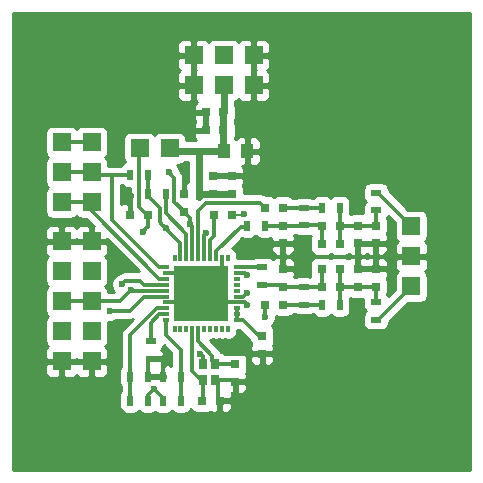
<source format=gbr>
G04 #@! TF.FileFunction,Copper,L2,Bot,Signal*
%FSLAX46Y46*%
G04 Gerber Fmt 4.6, Leading zero omitted, Abs format (unit mm)*
G04 Created by KiCad (PCBNEW 4.0.4-stable) date 06/14/17 14:20:26*
%MOMM*%
%LPD*%
G01*
G04 APERTURE LIST*
%ADD10C,0.100000*%
%ADD11R,0.750000X0.800000*%
%ADD12R,0.800000X0.750000*%
%ADD13R,0.500000X0.900000*%
%ADD14R,0.900000X0.500000*%
%ADD15R,0.500000X0.300000*%
%ADD16R,0.300000X0.500000*%
%ADD17R,1.150000X1.150000*%
%ADD18R,0.750000X0.850000*%
%ADD19R,1.524000X1.524000*%
%ADD20C,6.000000*%
%ADD21R,1.000000X1.250000*%
%ADD22C,0.600000*%
%ADD23C,0.300000*%
%ADD24C,0.400000*%
%ADD25C,0.200000*%
%ADD26C,0.600000*%
%ADD27C,0.254000*%
G04 APERTURE END LIST*
D10*
D11*
X132270500Y-112819598D03*
X132270500Y-114319598D03*
X136334500Y-112795598D03*
X136334500Y-111295598D03*
D12*
X129210500Y-114585598D03*
X127710500Y-114585598D03*
D11*
X138899900Y-124840300D03*
X138899900Y-126340300D03*
X134721600Y-112795598D03*
X134721600Y-111295598D03*
D12*
X134822500Y-114585598D03*
X136322500Y-114585598D03*
D11*
X140652500Y-115511998D03*
X140652500Y-117011998D03*
X140652500Y-119169598D03*
X140652500Y-120669598D03*
D12*
X145466500Y-115525398D03*
X143966500Y-115525398D03*
X145466500Y-120681598D03*
X143966500Y-120681598D03*
D11*
X148526500Y-115511998D03*
X148526500Y-117011998D03*
X148526500Y-119169598D03*
X148526500Y-120669598D03*
D12*
X140640500Y-113975998D03*
X139140500Y-113975998D03*
X140640500Y-122205598D03*
X139140500Y-122205598D03*
D13*
X137616500Y-115499998D03*
X139116500Y-115499998D03*
D14*
X138874500Y-119042598D03*
X138874500Y-120542598D03*
X142430500Y-113987998D03*
X142430500Y-115487998D03*
X142430500Y-120693598D03*
X142430500Y-122193598D03*
D13*
X130722500Y-112807598D03*
X129222500Y-112807598D03*
X127710500Y-130333598D03*
X129210500Y-130333598D03*
D14*
X129476500Y-125265598D03*
X129476500Y-126765598D03*
D15*
X130730300Y-123512998D03*
X130730300Y-123012998D03*
X130730300Y-122512998D03*
X130730300Y-122012998D03*
X130730300Y-121512998D03*
X130730300Y-121012998D03*
X130730300Y-120512998D03*
X130730300Y-120012998D03*
X130730300Y-119512998D03*
X130730300Y-119012998D03*
D16*
X131480300Y-118262998D03*
X131980300Y-118262998D03*
X132480300Y-118262998D03*
X132980300Y-118262998D03*
X133480300Y-118262998D03*
X133980300Y-118262998D03*
X134480300Y-118262998D03*
X134980300Y-118262998D03*
X135480300Y-118262998D03*
X135980300Y-118262998D03*
D15*
X136730300Y-119012998D03*
X136730300Y-119512998D03*
X136730300Y-120012998D03*
X136730300Y-120512998D03*
X136730300Y-121012998D03*
X136730300Y-121512998D03*
X136730300Y-122012998D03*
X136730300Y-122512998D03*
X136730300Y-123012998D03*
X136730300Y-123512998D03*
D16*
X135980300Y-124262998D03*
X135480300Y-124262998D03*
X134980300Y-124262998D03*
X134480300Y-124262998D03*
X133980300Y-124262998D03*
X133480300Y-124262998D03*
X132980300Y-124262998D03*
X132480300Y-124262998D03*
X131980300Y-124262998D03*
X131480300Y-124262998D03*
D17*
X135455300Y-119537998D03*
X135455300Y-120687998D03*
X135455300Y-121837998D03*
X135455300Y-122987998D03*
X134305300Y-119537998D03*
X134305300Y-120687998D03*
X134305300Y-121837998D03*
X134305300Y-122987998D03*
X133155300Y-119537998D03*
X133155300Y-120687998D03*
X133155300Y-121837998D03*
X133155300Y-122987998D03*
X132005300Y-119537998D03*
X132005300Y-120687998D03*
X132005300Y-121837998D03*
X132005300Y-122987998D03*
D18*
X134914500Y-127228598D03*
X134914500Y-128578598D03*
X133864500Y-128578598D03*
X133864500Y-127228598D03*
D11*
X147002500Y-115511998D03*
X147002500Y-117011998D03*
X147002500Y-119169598D03*
X147002500Y-120669598D03*
D12*
X145466500Y-117023998D03*
X143966500Y-117023998D03*
X145466500Y-119182998D03*
X143966500Y-119182998D03*
D11*
X136601200Y-127227900D03*
X136601200Y-128727900D03*
D12*
X133806500Y-130340100D03*
X135306500Y-130340100D03*
D13*
X132004500Y-130333598D03*
X130504500Y-130333598D03*
X132004500Y-128301598D03*
X130504500Y-128301598D03*
X127710500Y-128301598D03*
X129210500Y-128301598D03*
X145454500Y-113975998D03*
X143954500Y-113975998D03*
X145466500Y-122205598D03*
X143966500Y-122205598D03*
D14*
X148526500Y-112717998D03*
X148526500Y-114217998D03*
X148526500Y-123463598D03*
X148526500Y-121963598D03*
D19*
X133096000Y-103632000D03*
X133096000Y-101092000D03*
X135636000Y-103632000D03*
X135636000Y-101092000D03*
X138176000Y-103632000D03*
X138176000Y-101092000D03*
D20*
X121920000Y-101600000D03*
X152400000Y-101600000D03*
X121920000Y-132080000D03*
X152400000Y-132080000D03*
D19*
X151523700Y-120650000D03*
X151523700Y-118110000D03*
X151523700Y-115570000D03*
D21*
X135652000Y-109220000D03*
X137652000Y-109220000D03*
D12*
X135624000Y-105918000D03*
X134124000Y-105918000D03*
X135624000Y-107442000D03*
X134124000Y-107442000D03*
D19*
X128524000Y-108966000D03*
X131064000Y-108966000D03*
X121920000Y-116840000D03*
X124460000Y-116840000D03*
X121920000Y-119380000D03*
X124460000Y-119380000D03*
X121920000Y-121920000D03*
X124460000Y-121920000D03*
X121920000Y-124460000D03*
X124460000Y-124460000D03*
X121920000Y-127000000D03*
X124460000Y-127000000D03*
X121920000Y-108458000D03*
X124460000Y-108458000D03*
X121920000Y-110998000D03*
X124460000Y-110998000D03*
X121920000Y-113538000D03*
X124460000Y-113538000D03*
D13*
X127735200Y-111201200D03*
X129235200Y-111201200D03*
D22*
X136512300Y-129882900D03*
X135102600Y-125450600D03*
X133633323Y-126373777D03*
X138379200Y-117398800D03*
X132334000Y-111506000D03*
X119380000Y-105410000D03*
X119380000Y-109220000D03*
X119380000Y-113030000D03*
X119380000Y-116840000D03*
X119380000Y-120650000D03*
X119380000Y-124460000D03*
X119380000Y-128270000D03*
X125730000Y-134620000D03*
X129540000Y-134620000D03*
X133350000Y-134620000D03*
X137160000Y-134620000D03*
X140970000Y-134620000D03*
X144780000Y-134620000D03*
X148590000Y-134620000D03*
X154940000Y-128270000D03*
X154940000Y-124460000D03*
X154940000Y-120650000D03*
X154940000Y-116840000D03*
X154940000Y-113030000D03*
X154940000Y-109220000D03*
X154940000Y-105410000D03*
X148590000Y-99060000D03*
X144780000Y-99060000D03*
X140970000Y-99060000D03*
X137160000Y-99060000D03*
X133350000Y-99060000D03*
X129540000Y-99060000D03*
X125730000Y-99060000D03*
X135455300Y-122987998D03*
X134305300Y-122987998D03*
X133155300Y-122987998D03*
X132005300Y-122987998D03*
X135455300Y-121837998D03*
X134305300Y-121837998D03*
X133155300Y-121837998D03*
X132005300Y-121837998D03*
X135455300Y-120687998D03*
X134305300Y-120687998D03*
X133155300Y-120687998D03*
X132005300Y-120687998D03*
X135455300Y-119537998D03*
X134305300Y-119537998D03*
X133155300Y-119537998D03*
X132005300Y-119537998D03*
X127762000Y-113030000D03*
X137349284Y-114550292D03*
X130746500Y-126777598D03*
X137604500Y-122205598D03*
X128790700Y-116039900D03*
X127810260Y-120995440D03*
X129730500Y-129317598D03*
X139128500Y-123221598D03*
X134130300Y-116109598D03*
X130975100Y-110998002D03*
X132794560Y-115331538D03*
X137604500Y-119665598D03*
X125984000Y-122707400D03*
X127025400Y-120472200D03*
X130721100Y-115728598D03*
X133540500Y-113061598D03*
X137604500Y-121189598D03*
D23*
X136601200Y-129794000D02*
X136512300Y-129882900D01*
X136601200Y-128727900D02*
X136601200Y-129794000D01*
X134914500Y-128578598D02*
X136451898Y-128578598D01*
X136451898Y-128578598D02*
X136601200Y-128727900D01*
X138899900Y-126340300D02*
X135992300Y-126340300D01*
X135992300Y-126340300D02*
X135102600Y-125450600D01*
X133734679Y-126373777D02*
X133633323Y-126373777D01*
X133864500Y-126503598D02*
X133734679Y-126373777D01*
X133864500Y-127228598D02*
X133864500Y-126503598D01*
X135128000Y-128792098D02*
X135128000Y-130161600D01*
X135128000Y-130161600D02*
X135306500Y-130340100D01*
X132270500Y-112819598D02*
X132270500Y-111569500D01*
X132270500Y-111569500D02*
X132334000Y-111506000D01*
X135128000Y-128792098D02*
X134914500Y-128578598D01*
X119380000Y-109220000D02*
X119380000Y-105410000D01*
X119380000Y-116840000D02*
X119380000Y-113030000D01*
X119380000Y-124460000D02*
X119380000Y-120650000D01*
X121920000Y-132080000D02*
X118920001Y-129080001D01*
X118920001Y-129080001D02*
X118920001Y-128729999D01*
X118920001Y-128729999D02*
X119380000Y-128270000D01*
X125730000Y-134620000D02*
X124460000Y-134620000D01*
X124460000Y-134620000D02*
X121920000Y-132080000D01*
X133350000Y-134620000D02*
X129540000Y-134620000D01*
X140970000Y-134620000D02*
X137160000Y-134620000D01*
X148590000Y-134620000D02*
X144780000Y-134620000D01*
X154940000Y-124460000D02*
X154940000Y-128270000D01*
X154940000Y-116840000D02*
X154940000Y-120650000D01*
X154940000Y-109220000D02*
X154940000Y-113030000D01*
X152400000Y-101600000D02*
X155399999Y-104599999D01*
X155399999Y-104599999D02*
X155399999Y-104950001D01*
X155399999Y-104950001D02*
X154940000Y-105410000D01*
X148590000Y-99060000D02*
X149860000Y-99060000D01*
X149860000Y-99060000D02*
X152400000Y-101600000D01*
X140970000Y-99060000D02*
X144780000Y-99060000D01*
X133350000Y-99060000D02*
X137160000Y-99060000D01*
X125730000Y-99060000D02*
X129540000Y-99060000D01*
D24*
X127710500Y-114585598D02*
X127710500Y-113081500D01*
X127710500Y-113081500D02*
X127762000Y-113030000D01*
D25*
X136322500Y-114585598D02*
X137313978Y-114585598D01*
X137313978Y-114585598D02*
X137349284Y-114550292D01*
D23*
X130730300Y-119512998D02*
X131980300Y-119512998D01*
X131980300Y-119512998D02*
X132005300Y-119537998D01*
X130730300Y-122012998D02*
X131830300Y-122012998D01*
X131830300Y-122012998D02*
X132005300Y-121837998D01*
X136730300Y-122012998D02*
X135630300Y-122012998D01*
X135630300Y-122012998D02*
X135455300Y-121837998D01*
X135480300Y-118262998D02*
X135480300Y-119512998D01*
X135480300Y-119512998D02*
X135455300Y-119537998D01*
X129476500Y-126765598D02*
X130734500Y-126765598D01*
X130734500Y-126765598D02*
X130746500Y-126777598D01*
X130504500Y-128301598D02*
X130504500Y-127019598D01*
X130504500Y-127019598D02*
X130746500Y-126777598D01*
X129210500Y-128301598D02*
X129210500Y-127031598D01*
X129210500Y-127031598D02*
X129476500Y-126765598D01*
X136730300Y-122012998D02*
X137411900Y-122012998D01*
X137411900Y-122012998D02*
X137604500Y-122205598D01*
X129090699Y-115739901D02*
X128790700Y-116039900D01*
X129210500Y-114585598D02*
X129210500Y-115620100D01*
X129210500Y-115620100D02*
X129090699Y-115739901D01*
X129210500Y-114585598D02*
X129185500Y-114585598D01*
X129185500Y-114585598D02*
X128498600Y-113898698D01*
X128498600Y-113898698D02*
X128498600Y-108991400D01*
X128498600Y-108991400D02*
X128524000Y-108966000D01*
X124460000Y-121920000D02*
X126885700Y-121920000D01*
X126885700Y-121920000D02*
X127810260Y-120995440D01*
X127827818Y-121012998D02*
X127810260Y-120995440D01*
X130730300Y-121012998D02*
X127827818Y-121012998D01*
X121920000Y-121920000D02*
X124460000Y-121920000D01*
X129730500Y-129317598D02*
X130504500Y-130091598D01*
X130504500Y-130091598D02*
X130504500Y-130333598D01*
X129210500Y-130333598D02*
X129210500Y-129837598D01*
X129210500Y-129837598D02*
X129730500Y-129317598D01*
X129222500Y-114573598D02*
X129210500Y-114585598D01*
X138899900Y-124840300D02*
X138594400Y-124840300D01*
X138594400Y-124840300D02*
X137267098Y-123512998D01*
X137267098Y-123512998D02*
X137166898Y-123512998D01*
X137166898Y-123512998D02*
X136730300Y-123512998D01*
X136730300Y-123512998D02*
X136867900Y-123512998D01*
X136730300Y-123012998D02*
X136730300Y-123512998D01*
X136730300Y-122512998D02*
X136730300Y-123012998D01*
X134480300Y-118262998D02*
X134480300Y-116721600D01*
X134480300Y-116721600D02*
X134822500Y-116379400D01*
X134822500Y-115430200D02*
X134822500Y-114585598D01*
X134822500Y-116379400D02*
X134822500Y-115430200D01*
X133480300Y-118262998D02*
X133480300Y-114268796D01*
X133480300Y-114268796D02*
X134179498Y-113569598D01*
X134179498Y-113569598D02*
X138734100Y-113569598D01*
X138734100Y-113569598D02*
X139140500Y-113975998D01*
X139140500Y-122205598D02*
X139140500Y-123209598D01*
X139140500Y-123209598D02*
X139128500Y-123221598D01*
X133980300Y-118262998D02*
X133980300Y-116259598D01*
X133980300Y-116259598D02*
X134130300Y-116109598D01*
X140652500Y-115511998D02*
X139128500Y-115511998D01*
X139128500Y-115511998D02*
X139116500Y-115499998D01*
X140652500Y-115511998D02*
X142406500Y-115511998D01*
X142406500Y-115511998D02*
X142430500Y-115487998D01*
X143966500Y-115499998D02*
X143966500Y-117023998D01*
X142430500Y-115487998D02*
X143954500Y-115487998D01*
X143954500Y-115487998D02*
X143966500Y-115499998D01*
X148526500Y-115511998D02*
X148526500Y-114217998D01*
X147002500Y-115511998D02*
X148526500Y-115511998D01*
X145466500Y-115499998D02*
X146990500Y-115499998D01*
X146990500Y-115499998D02*
X147002500Y-115511998D01*
X145466500Y-115499998D02*
X145466500Y-113987998D01*
X145466500Y-113987998D02*
X145454500Y-113975998D01*
X145466500Y-117023998D02*
X145466500Y-115499998D01*
X134980300Y-118262998D02*
X134980300Y-117687798D01*
X134980300Y-117687798D02*
X137066500Y-115601598D01*
X137066500Y-115601598D02*
X137616500Y-115601598D01*
X136730300Y-119012998D02*
X138844900Y-119012998D01*
X138844900Y-119012998D02*
X138874500Y-119042598D01*
X131275099Y-111298001D02*
X130975100Y-110998002D01*
X131470400Y-111493302D02*
X131275099Y-111298001D01*
X131470400Y-113494498D02*
X131470400Y-111493302D01*
X132270500Y-114294598D02*
X131470400Y-113494498D01*
X132270500Y-114319598D02*
X132270500Y-114294598D01*
X121920000Y-108458000D02*
X124460000Y-108458000D01*
X132794560Y-115331538D02*
X132794560Y-114843658D01*
X132794560Y-114843658D02*
X132270500Y-114319598D01*
X132980300Y-115729398D02*
X132980300Y-115517278D01*
X132980300Y-115517278D02*
X132794560Y-115331538D01*
X132980300Y-117712998D02*
X132980300Y-118262998D01*
X132980300Y-115729398D02*
X132980300Y-117712998D01*
X136730300Y-119512998D02*
X137451900Y-119512998D01*
X137451900Y-119512998D02*
X137604500Y-119665598D01*
X130730300Y-120012998D02*
X130172998Y-120012998D01*
X130172998Y-120012998D02*
X124460000Y-114300000D01*
X124460000Y-114300000D02*
X124460000Y-113538000D01*
X124460000Y-113538000D02*
X121920000Y-113538000D01*
X127735200Y-111201200D02*
X126238000Y-111201200D01*
X126238000Y-111201200D02*
X126187200Y-111252000D01*
X130730300Y-119012998D02*
X130188998Y-119012998D01*
X130188998Y-119012998D02*
X126187200Y-115011200D01*
X126187200Y-115011200D02*
X126187200Y-111252000D01*
X126187200Y-111252000D02*
X126136400Y-111201200D01*
X126136400Y-111201200D02*
X124663200Y-111201200D01*
X124663200Y-111201200D02*
X124460000Y-110998000D01*
X124460000Y-110875998D02*
X124460000Y-110998000D01*
X124460000Y-110998000D02*
X121920000Y-110998000D01*
X127682604Y-122707400D02*
X126408264Y-122707400D01*
X130730300Y-121512998D02*
X128877006Y-121512998D01*
X126408264Y-122707400D02*
X125984000Y-122707400D01*
X128877006Y-121512998D02*
X127682604Y-122707400D01*
X130730300Y-120512998D02*
X128894998Y-120512998D01*
X128554201Y-120172201D02*
X127325399Y-120172201D01*
X128894998Y-120512998D02*
X128554201Y-120172201D01*
X127325399Y-120172201D02*
X127025400Y-120472200D01*
X143966500Y-120681598D02*
X143966500Y-119169598D01*
X143966500Y-119169598D02*
X143954500Y-119157598D01*
X142430500Y-120693598D02*
X143954500Y-120693598D01*
X143954500Y-120693598D02*
X143966500Y-120681598D01*
X140652500Y-120669598D02*
X142406500Y-120669598D01*
X142406500Y-120669598D02*
X142430500Y-120693598D01*
X138874500Y-120542598D02*
X140525500Y-120542598D01*
X140525500Y-120542598D02*
X140652500Y-120669598D01*
X148526500Y-120669598D02*
X148526500Y-121963598D01*
X147002500Y-120669598D02*
X148526500Y-120669598D01*
X145466500Y-120681598D02*
X146990500Y-120681598D01*
X146990500Y-120681598D02*
X147002500Y-120669598D01*
X145466500Y-120681598D02*
X145466500Y-119169598D01*
X145466500Y-119169598D02*
X145454500Y-119157598D01*
X145466500Y-122205598D02*
X145466500Y-120681598D01*
X142430500Y-113987998D02*
X140652500Y-113987998D01*
X140652500Y-113987998D02*
X140640500Y-113975998D01*
X142418500Y-113975998D02*
X142430500Y-113987998D01*
X142430500Y-113987998D02*
X143942500Y-113987998D01*
X143942500Y-113987998D02*
X143954500Y-113975998D01*
X142430500Y-122193598D02*
X143954500Y-122193598D01*
X143954500Y-122193598D02*
X143966500Y-122205598D01*
X140640500Y-122205598D02*
X142418500Y-122205598D01*
X142418500Y-122205598D02*
X142430500Y-122193598D01*
X134914500Y-127228598D02*
X136600502Y-127228598D01*
X136600502Y-127228598D02*
X136601200Y-127227900D01*
X134914500Y-127228598D02*
X134683500Y-126997598D01*
X134683500Y-126504700D02*
X133480300Y-125301500D01*
X134683500Y-126997598D02*
X134683500Y-126504700D01*
X133480300Y-125301500D02*
X133480300Y-124262998D01*
X133709398Y-128578598D02*
X132980300Y-127849500D01*
X132980300Y-127849500D02*
X132980300Y-124812998D01*
X132980300Y-124812998D02*
X132980300Y-124262998D01*
X133864500Y-128578598D02*
X133864500Y-130282100D01*
X133864500Y-130282100D02*
X133806500Y-130340100D01*
X133709398Y-128578598D02*
X133864500Y-128578598D01*
X133806500Y-128636598D02*
X133864500Y-128578598D01*
X133864500Y-128528598D02*
X133864500Y-128578598D01*
X151523700Y-115515198D02*
X151523700Y-115677798D01*
X148526500Y-112717998D02*
X148726500Y-112717998D01*
X148726500Y-112717998D02*
X151523700Y-115515198D01*
X148526500Y-123463598D02*
X148726500Y-123463598D01*
X148726500Y-123463598D02*
X151432300Y-120757798D01*
X151432300Y-120757798D02*
X151523700Y-120757798D01*
X127710500Y-130333598D02*
X127710500Y-128301598D01*
X130730300Y-122512998D02*
X129973180Y-122512998D01*
X127710500Y-124775678D02*
X127710500Y-127551598D01*
X129973180Y-122512998D02*
X127710500Y-124775678D01*
X127710500Y-127551598D02*
X127710500Y-128301598D01*
X130730300Y-123012998D02*
X130180300Y-123012998D01*
X129476500Y-123716798D02*
X129476500Y-124715598D01*
X130180300Y-123012998D02*
X129476500Y-123716798D01*
X129476500Y-124715598D02*
X129476500Y-125265598D01*
X132004500Y-128301598D02*
X132004500Y-126003598D01*
X132004500Y-126003598D02*
X130730300Y-124729398D01*
X130730300Y-124729398D02*
X130730300Y-123512998D01*
X132004500Y-128301598D02*
X132004500Y-130333598D01*
D26*
X133553200Y-109220000D02*
X131318000Y-109220000D01*
X131318000Y-109220000D02*
X131064000Y-108966000D01*
D23*
X129222500Y-112807598D02*
X129222500Y-111213900D01*
X129222500Y-111213900D02*
X129235200Y-111201200D01*
D26*
X134721600Y-112795598D02*
X136334500Y-112795598D01*
X133540500Y-113061598D02*
X133806500Y-112795598D01*
X133806500Y-112795598D02*
X134721600Y-112795598D01*
X135652000Y-109220000D02*
X133553200Y-109220000D01*
X133540500Y-113061598D02*
X133540500Y-112637334D01*
X133540500Y-112637334D02*
X133553200Y-112624634D01*
X133553200Y-112624634D02*
X133553200Y-109220000D01*
X135624000Y-107442000D02*
X135624000Y-109192000D01*
X135624000Y-109192000D02*
X135652000Y-109220000D01*
X135624000Y-105918000D02*
X135624000Y-107442000D01*
X135636000Y-103632000D02*
X135636000Y-105906000D01*
X135636000Y-105906000D02*
X135624000Y-105918000D01*
D23*
X135398000Y-108966000D02*
X135652000Y-109220000D01*
X133540500Y-113061598D02*
X133604000Y-112998098D01*
X134721600Y-112795598D02*
X134721600Y-112928400D01*
X134721600Y-112928400D02*
X134620000Y-113030000D01*
X133572098Y-113030000D02*
X133540500Y-113061598D01*
X129222500Y-112807598D02*
X129222500Y-113007598D01*
X129222500Y-113007598D02*
X130222490Y-114007588D01*
X130222490Y-114007588D02*
X130222490Y-115229988D01*
X130222490Y-115229988D02*
X130421101Y-115428599D01*
X130421101Y-115428599D02*
X130721100Y-115728598D01*
X131980300Y-116987798D02*
X131021099Y-116028597D01*
X131021099Y-116028597D02*
X130721100Y-115728598D01*
X131980300Y-118262998D02*
X131980300Y-116987798D01*
X136730300Y-121512998D02*
X137281100Y-121512998D01*
X137281100Y-121512998D02*
X137604500Y-121189598D01*
X132480300Y-118262998D02*
X132480300Y-116173500D01*
X132480300Y-116173500D02*
X130722500Y-114415700D01*
X130722500Y-114415700D02*
X130722500Y-113557598D01*
X130722500Y-113557598D02*
X130722500Y-112807598D01*
X130734500Y-112795598D02*
X130722500Y-112807598D01*
D27*
G36*
X156516000Y-136196000D02*
X117804000Y-136196000D01*
X117804000Y-127285750D01*
X120523000Y-127285750D01*
X120523000Y-127888310D01*
X120619673Y-128121699D01*
X120798302Y-128300327D01*
X121031691Y-128397000D01*
X121634250Y-128397000D01*
X121793000Y-128238250D01*
X121793000Y-127127000D01*
X122047000Y-127127000D01*
X122047000Y-128238250D01*
X122205750Y-128397000D01*
X122808309Y-128397000D01*
X123041698Y-128300327D01*
X123190000Y-128152026D01*
X123338302Y-128300327D01*
X123571691Y-128397000D01*
X124174250Y-128397000D01*
X124333000Y-128238250D01*
X124333000Y-127127000D01*
X124587000Y-127127000D01*
X124587000Y-128238250D01*
X124745750Y-128397000D01*
X125348309Y-128397000D01*
X125581698Y-128300327D01*
X125760327Y-128121699D01*
X125857000Y-127888310D01*
X125857000Y-127285750D01*
X125698250Y-127127000D01*
X124587000Y-127127000D01*
X124333000Y-127127000D01*
X123221750Y-127127000D01*
X123190000Y-127158750D01*
X123158250Y-127127000D01*
X122047000Y-127127000D01*
X121793000Y-127127000D01*
X120681750Y-127127000D01*
X120523000Y-127285750D01*
X117804000Y-127285750D01*
X117804000Y-115951690D01*
X120523000Y-115951690D01*
X120523000Y-116554250D01*
X120681750Y-116713000D01*
X121793000Y-116713000D01*
X121793000Y-115601750D01*
X122047000Y-115601750D01*
X122047000Y-116713000D01*
X123158250Y-116713000D01*
X123190000Y-116681250D01*
X123221750Y-116713000D01*
X124333000Y-116713000D01*
X124333000Y-115601750D01*
X124174250Y-115443000D01*
X123571691Y-115443000D01*
X123338302Y-115539673D01*
X123190000Y-115687974D01*
X123041698Y-115539673D01*
X122808309Y-115443000D01*
X122205750Y-115443000D01*
X122047000Y-115601750D01*
X121793000Y-115601750D01*
X121634250Y-115443000D01*
X121031691Y-115443000D01*
X120798302Y-115539673D01*
X120619673Y-115718301D01*
X120523000Y-115951690D01*
X117804000Y-115951690D01*
X117804000Y-107696000D01*
X120510560Y-107696000D01*
X120510560Y-109220000D01*
X120554838Y-109455317D01*
X120693910Y-109671441D01*
X120775770Y-109727374D01*
X120706559Y-109771910D01*
X120561569Y-109984110D01*
X120510560Y-110236000D01*
X120510560Y-111760000D01*
X120554838Y-111995317D01*
X120693910Y-112211441D01*
X120775770Y-112267374D01*
X120706559Y-112311910D01*
X120561569Y-112524110D01*
X120510560Y-112776000D01*
X120510560Y-114300000D01*
X120554838Y-114535317D01*
X120693910Y-114751441D01*
X120906110Y-114896431D01*
X121158000Y-114947440D01*
X122682000Y-114947440D01*
X122917317Y-114903162D01*
X123133441Y-114764090D01*
X123189374Y-114682230D01*
X123233910Y-114751441D01*
X123446110Y-114896431D01*
X123698000Y-114947440D01*
X123997282Y-114947440D01*
X124619296Y-115569454D01*
X124587000Y-115601750D01*
X124587000Y-116713000D01*
X125698250Y-116713000D01*
X125730546Y-116680704D01*
X128437043Y-119387201D01*
X127325399Y-119387201D01*
X127024993Y-119446956D01*
X126890110Y-119537081D01*
X126840233Y-119537038D01*
X126496457Y-119679083D01*
X126233208Y-119941873D01*
X126090562Y-120285401D01*
X126090238Y-120657367D01*
X126232283Y-121001143D01*
X126365907Y-121135000D01*
X125865112Y-121135000D01*
X125825162Y-120922683D01*
X125686090Y-120706559D01*
X125604230Y-120650626D01*
X125673441Y-120606090D01*
X125818431Y-120393890D01*
X125869440Y-120142000D01*
X125869440Y-118618000D01*
X125825162Y-118382683D01*
X125686090Y-118166559D01*
X125608489Y-118113536D01*
X125760327Y-117961699D01*
X125857000Y-117728310D01*
X125857000Y-117125750D01*
X125698250Y-116967000D01*
X124587000Y-116967000D01*
X124587000Y-116987000D01*
X124333000Y-116987000D01*
X124333000Y-116967000D01*
X123221750Y-116967000D01*
X123190000Y-116998750D01*
X123158250Y-116967000D01*
X122047000Y-116967000D01*
X122047000Y-116987000D01*
X121793000Y-116987000D01*
X121793000Y-116967000D01*
X120681750Y-116967000D01*
X120523000Y-117125750D01*
X120523000Y-117728310D01*
X120619673Y-117961699D01*
X120770646Y-118112671D01*
X120706559Y-118153910D01*
X120561569Y-118366110D01*
X120510560Y-118618000D01*
X120510560Y-120142000D01*
X120554838Y-120377317D01*
X120693910Y-120593441D01*
X120775770Y-120649374D01*
X120706559Y-120693910D01*
X120561569Y-120906110D01*
X120510560Y-121158000D01*
X120510560Y-122682000D01*
X120554838Y-122917317D01*
X120693910Y-123133441D01*
X120775770Y-123189374D01*
X120706559Y-123233910D01*
X120561569Y-123446110D01*
X120510560Y-123698000D01*
X120510560Y-125222000D01*
X120554838Y-125457317D01*
X120693910Y-125673441D01*
X120771511Y-125726464D01*
X120619673Y-125878301D01*
X120523000Y-126111690D01*
X120523000Y-126714250D01*
X120681750Y-126873000D01*
X121793000Y-126873000D01*
X121793000Y-126853000D01*
X122047000Y-126853000D01*
X122047000Y-126873000D01*
X123158250Y-126873000D01*
X123190000Y-126841250D01*
X123221750Y-126873000D01*
X124333000Y-126873000D01*
X124333000Y-126853000D01*
X124587000Y-126853000D01*
X124587000Y-126873000D01*
X125698250Y-126873000D01*
X125857000Y-126714250D01*
X125857000Y-126111690D01*
X125760327Y-125878301D01*
X125609354Y-125727329D01*
X125673441Y-125686090D01*
X125818431Y-125473890D01*
X125869440Y-125222000D01*
X125869440Y-123698000D01*
X125858958Y-123642292D01*
X126169167Y-123642562D01*
X126512943Y-123500517D01*
X126521074Y-123492400D01*
X127682604Y-123492400D01*
X127933533Y-123442487D01*
X127155421Y-124220599D01*
X126985255Y-124475271D01*
X126965168Y-124576255D01*
X126925500Y-124775678D01*
X126925500Y-127509801D01*
X126864069Y-127599708D01*
X126813060Y-127851598D01*
X126813060Y-128751598D01*
X126857338Y-128986915D01*
X126925500Y-129092842D01*
X126925500Y-129541801D01*
X126864069Y-129631708D01*
X126813060Y-129883598D01*
X126813060Y-130783598D01*
X126857338Y-131018915D01*
X126996410Y-131235039D01*
X127208610Y-131380029D01*
X127460500Y-131431038D01*
X127960500Y-131431038D01*
X128195817Y-131386760D01*
X128411941Y-131247688D01*
X128459634Y-131177887D01*
X128496410Y-131235039D01*
X128708610Y-131380029D01*
X128960500Y-131431038D01*
X129460500Y-131431038D01*
X129695817Y-131386760D01*
X129858887Y-131281827D01*
X130002610Y-131380029D01*
X130254500Y-131431038D01*
X130754500Y-131431038D01*
X130989817Y-131386760D01*
X131205941Y-131247688D01*
X131253634Y-131177887D01*
X131290410Y-131235039D01*
X131502610Y-131380029D01*
X131754500Y-131431038D01*
X132254500Y-131431038D01*
X132489817Y-131386760D01*
X132705941Y-131247688D01*
X132850931Y-131035488D01*
X132852642Y-131027038D01*
X132942410Y-131166541D01*
X133154610Y-131311531D01*
X133406500Y-131362540D01*
X134206500Y-131362540D01*
X134441817Y-131318262D01*
X134545146Y-131251771D01*
X134546802Y-131253427D01*
X134780191Y-131350100D01*
X135020750Y-131350100D01*
X135179500Y-131191350D01*
X135179500Y-130467100D01*
X135433500Y-130467100D01*
X135433500Y-131191350D01*
X135592250Y-131350100D01*
X135832809Y-131350100D01*
X136066198Y-131253427D01*
X136244827Y-131074799D01*
X136341500Y-130841410D01*
X136341500Y-130625850D01*
X136182750Y-130467100D01*
X135433500Y-130467100D01*
X135179500Y-130467100D01*
X135159500Y-130467100D01*
X135159500Y-130213100D01*
X135179500Y-130213100D01*
X135179500Y-130193100D01*
X135433500Y-130193100D01*
X135433500Y-130213100D01*
X136182750Y-130213100D01*
X136341500Y-130054350D01*
X136341500Y-129838790D01*
X136310065Y-129762900D01*
X136315450Y-129762900D01*
X136474200Y-129604150D01*
X136474200Y-128854900D01*
X136728200Y-128854900D01*
X136728200Y-129604150D01*
X136886950Y-129762900D01*
X137102510Y-129762900D01*
X137335899Y-129666227D01*
X137514527Y-129487598D01*
X137611200Y-129254209D01*
X137611200Y-129013650D01*
X137452450Y-128854900D01*
X136728200Y-128854900D01*
X136474200Y-128854900D01*
X136454200Y-128854900D01*
X136454200Y-128600900D01*
X136474200Y-128600900D01*
X136474200Y-128580900D01*
X136728200Y-128580900D01*
X136728200Y-128600900D01*
X137452450Y-128600900D01*
X137611200Y-128442150D01*
X137611200Y-128201591D01*
X137514527Y-127968202D01*
X137513157Y-127966832D01*
X137572631Y-127879790D01*
X137623640Y-127627900D01*
X137623640Y-126827900D01*
X137585660Y-126626050D01*
X137889900Y-126626050D01*
X137889900Y-126866609D01*
X137986573Y-127099998D01*
X138165201Y-127278627D01*
X138398590Y-127375300D01*
X138614150Y-127375300D01*
X138772900Y-127216550D01*
X138772900Y-126467300D01*
X139026900Y-126467300D01*
X139026900Y-127216550D01*
X139185650Y-127375300D01*
X139401210Y-127375300D01*
X139634599Y-127278627D01*
X139813227Y-127099998D01*
X139909900Y-126866609D01*
X139909900Y-126626050D01*
X139751150Y-126467300D01*
X139026900Y-126467300D01*
X138772900Y-126467300D01*
X138048650Y-126467300D01*
X137889900Y-126626050D01*
X137585660Y-126626050D01*
X137579362Y-126592583D01*
X137440290Y-126376459D01*
X137228090Y-126231469D01*
X136976200Y-126180460D01*
X136226200Y-126180460D01*
X135990883Y-126224738D01*
X135774759Y-126363810D01*
X135767719Y-126374114D01*
X135753590Y-126352157D01*
X135541390Y-126207167D01*
X135390208Y-126176552D01*
X135238579Y-125949621D01*
X134449396Y-125160438D01*
X134630300Y-125160438D01*
X134733971Y-125140931D01*
X134830300Y-125160438D01*
X135130300Y-125160438D01*
X135233971Y-125140931D01*
X135330300Y-125160438D01*
X135630300Y-125160438D01*
X135733971Y-125140931D01*
X135830300Y-125160438D01*
X136130300Y-125160438D01*
X136365617Y-125116160D01*
X136581741Y-124977088D01*
X136726731Y-124764888D01*
X136777740Y-124512998D01*
X136777740Y-124310438D01*
X136954380Y-124310438D01*
X137877460Y-125233517D01*
X137877460Y-125240300D01*
X137921738Y-125475617D01*
X137988229Y-125578946D01*
X137986573Y-125580602D01*
X137889900Y-125813991D01*
X137889900Y-126054550D01*
X138048650Y-126213300D01*
X138772900Y-126213300D01*
X138772900Y-126193300D01*
X139026900Y-126193300D01*
X139026900Y-126213300D01*
X139751150Y-126213300D01*
X139909900Y-126054550D01*
X139909900Y-125813991D01*
X139813227Y-125580602D01*
X139811857Y-125579232D01*
X139871331Y-125492190D01*
X139922340Y-125240300D01*
X139922340Y-124440300D01*
X139878062Y-124204983D01*
X139738990Y-123988859D01*
X139705955Y-123966287D01*
X139920692Y-123751925D01*
X140063338Y-123408397D01*
X140063526Y-123192200D01*
X140240500Y-123228038D01*
X141040500Y-123228038D01*
X141275817Y-123183760D01*
X141491941Y-123044688D01*
X141528899Y-122990598D01*
X141656265Y-122990598D01*
X141728610Y-123040029D01*
X141980500Y-123091038D01*
X142880500Y-123091038D01*
X143115817Y-123046760D01*
X143184982Y-123002253D01*
X143252410Y-123107039D01*
X143464610Y-123252029D01*
X143716500Y-123303038D01*
X144216500Y-123303038D01*
X144451817Y-123258760D01*
X144667941Y-123119688D01*
X144715634Y-123049887D01*
X144752410Y-123107039D01*
X144964610Y-123252029D01*
X145216500Y-123303038D01*
X145716500Y-123303038D01*
X145951817Y-123258760D01*
X146167941Y-123119688D01*
X146312931Y-122907488D01*
X146363940Y-122655598D01*
X146363940Y-121755598D01*
X146342878Y-121643664D01*
X146375610Y-121666029D01*
X146627500Y-121717038D01*
X147377500Y-121717038D01*
X147430378Y-121707088D01*
X147429060Y-121713598D01*
X147429060Y-122213598D01*
X147473338Y-122448915D01*
X147612410Y-122665039D01*
X147682211Y-122712732D01*
X147625059Y-122749508D01*
X147480069Y-122961708D01*
X147429060Y-123213598D01*
X147429060Y-123713598D01*
X147473338Y-123948915D01*
X147612410Y-124165039D01*
X147824610Y-124310029D01*
X148076500Y-124361038D01*
X148976500Y-124361038D01*
X149211817Y-124316760D01*
X149427941Y-124177688D01*
X149572931Y-123965488D01*
X149623940Y-123713598D01*
X149623940Y-123676316D01*
X151240816Y-122059440D01*
X152285700Y-122059440D01*
X152521017Y-122015162D01*
X152737141Y-121876090D01*
X152882131Y-121663890D01*
X152933140Y-121412000D01*
X152933140Y-119888000D01*
X152888862Y-119652683D01*
X152749790Y-119436559D01*
X152672189Y-119383536D01*
X152824027Y-119231699D01*
X152920700Y-118998310D01*
X152920700Y-118395750D01*
X152761950Y-118237000D01*
X151650700Y-118237000D01*
X151650700Y-118257000D01*
X151396700Y-118257000D01*
X151396700Y-118237000D01*
X150285450Y-118237000D01*
X150126700Y-118395750D01*
X150126700Y-118998310D01*
X150223373Y-119231699D01*
X150374346Y-119382671D01*
X150310259Y-119423910D01*
X150165269Y-119636110D01*
X150114260Y-119888000D01*
X150114260Y-120965680D01*
X149583146Y-121496794D01*
X149579662Y-121478281D01*
X149488062Y-121335931D01*
X149497931Y-121321488D01*
X149548940Y-121069598D01*
X149548940Y-120269598D01*
X149504662Y-120034281D01*
X149438171Y-119930952D01*
X149439827Y-119929296D01*
X149536500Y-119695907D01*
X149536500Y-119455348D01*
X149377750Y-119296598D01*
X148653500Y-119296598D01*
X148653500Y-119316598D01*
X148399500Y-119316598D01*
X148399500Y-119296598D01*
X147129500Y-119296598D01*
X147129500Y-119316598D01*
X146875500Y-119316598D01*
X146875500Y-119296598D01*
X146855500Y-119296598D01*
X146855500Y-119042598D01*
X146875500Y-119042598D01*
X146875500Y-118293348D01*
X147129500Y-118293348D01*
X147129500Y-119042598D01*
X148399500Y-119042598D01*
X148399500Y-118293348D01*
X148653500Y-118293348D01*
X148653500Y-119042598D01*
X149377750Y-119042598D01*
X149536500Y-118883848D01*
X149536500Y-118643289D01*
X149439827Y-118409900D01*
X149261199Y-118231271D01*
X149027810Y-118134598D01*
X148812250Y-118134598D01*
X148653500Y-118293348D01*
X148399500Y-118293348D01*
X148240750Y-118134598D01*
X148025190Y-118134598D01*
X147791801Y-118231271D01*
X147764500Y-118258572D01*
X147737199Y-118231271D01*
X147503810Y-118134598D01*
X147288250Y-118134598D01*
X147129500Y-118293348D01*
X146875500Y-118293348D01*
X146716750Y-118134598D01*
X146501190Y-118134598D01*
X146267801Y-118231271D01*
X146218858Y-118280214D01*
X146118390Y-118211567D01*
X145866500Y-118160558D01*
X145066500Y-118160558D01*
X144831183Y-118204836D01*
X144716522Y-118278618D01*
X144618390Y-118211567D01*
X144366500Y-118160558D01*
X143566500Y-118160558D01*
X143331183Y-118204836D01*
X143115059Y-118343908D01*
X142970069Y-118556108D01*
X142919060Y-118807998D01*
X142919060Y-119557998D01*
X142963338Y-119793315D01*
X142977853Y-119815873D01*
X142880500Y-119796158D01*
X141980500Y-119796158D01*
X141745183Y-119840436D01*
X141676553Y-119884598D01*
X141584342Y-119884598D01*
X141662500Y-119695907D01*
X141662500Y-119455348D01*
X141503750Y-119296598D01*
X140779500Y-119296598D01*
X140779500Y-119316598D01*
X140525500Y-119316598D01*
X140525500Y-119296598D01*
X140505500Y-119296598D01*
X140505500Y-119042598D01*
X140525500Y-119042598D01*
X140525500Y-118293348D01*
X140779500Y-118293348D01*
X140779500Y-119042598D01*
X141503750Y-119042598D01*
X141662500Y-118883848D01*
X141662500Y-118643289D01*
X141565827Y-118409900D01*
X141387199Y-118231271D01*
X141153810Y-118134598D01*
X140938250Y-118134598D01*
X140779500Y-118293348D01*
X140525500Y-118293348D01*
X140366750Y-118134598D01*
X140151190Y-118134598D01*
X139917801Y-118231271D01*
X139796157Y-118352916D01*
X139788590Y-118341157D01*
X139576390Y-118196167D01*
X139324500Y-118145158D01*
X138424500Y-118145158D01*
X138189183Y-118189436D01*
X138129256Y-118227998D01*
X137041731Y-118227998D01*
X136980300Y-118215558D01*
X136777740Y-118215558D01*
X136777740Y-118012998D01*
X136733462Y-117777681D01*
X136594390Y-117561557D01*
X136382190Y-117416567D01*
X136365141Y-117413115D01*
X136480508Y-117297748D01*
X139642500Y-117297748D01*
X139642500Y-117538307D01*
X139739173Y-117771696D01*
X139917801Y-117950325D01*
X140151190Y-118046998D01*
X140366750Y-118046998D01*
X140525500Y-117888248D01*
X140525500Y-117138998D01*
X140779500Y-117138998D01*
X140779500Y-117888248D01*
X140938250Y-118046998D01*
X141153810Y-118046998D01*
X141387199Y-117950325D01*
X141565827Y-117771696D01*
X141662500Y-117538307D01*
X141662500Y-117297748D01*
X141503750Y-117138998D01*
X140779500Y-117138998D01*
X140525500Y-117138998D01*
X139801250Y-117138998D01*
X139642500Y-117297748D01*
X136480508Y-117297748D01*
X137212087Y-116566169D01*
X137366500Y-116597438D01*
X137866500Y-116597438D01*
X138101817Y-116553160D01*
X138317941Y-116414088D01*
X138365634Y-116344287D01*
X138402410Y-116401439D01*
X138614610Y-116546429D01*
X138866500Y-116597438D01*
X139366500Y-116597438D01*
X139601817Y-116553160D01*
X139642500Y-116526981D01*
X139642500Y-116726248D01*
X139801250Y-116884998D01*
X140525500Y-116884998D01*
X140525500Y-116864998D01*
X140779500Y-116864998D01*
X140779500Y-116884998D01*
X141503750Y-116884998D01*
X141662500Y-116726248D01*
X141662500Y-116485689D01*
X141584342Y-116296998D01*
X141673828Y-116296998D01*
X141728610Y-116334429D01*
X141980500Y-116385438D01*
X142880500Y-116385438D01*
X142992434Y-116364376D01*
X142970069Y-116397108D01*
X142919060Y-116648998D01*
X142919060Y-117398998D01*
X142963338Y-117634315D01*
X143102410Y-117850439D01*
X143314610Y-117995429D01*
X143566500Y-118046438D01*
X144366500Y-118046438D01*
X144601817Y-118002160D01*
X144716478Y-117928378D01*
X144814610Y-117995429D01*
X145066500Y-118046438D01*
X145866500Y-118046438D01*
X146101817Y-118002160D01*
X146234352Y-117916876D01*
X146267801Y-117950325D01*
X146501190Y-118046998D01*
X146716750Y-118046998D01*
X146875500Y-117888248D01*
X146875500Y-117138998D01*
X147129500Y-117138998D01*
X147129500Y-117888248D01*
X147288250Y-118046998D01*
X147503810Y-118046998D01*
X147737199Y-117950325D01*
X147764500Y-117923024D01*
X147791801Y-117950325D01*
X148025190Y-118046998D01*
X148240750Y-118046998D01*
X148399500Y-117888248D01*
X148399500Y-117138998D01*
X148653500Y-117138998D01*
X148653500Y-117888248D01*
X148812250Y-118046998D01*
X149027810Y-118046998D01*
X149261199Y-117950325D01*
X149439827Y-117771696D01*
X149536500Y-117538307D01*
X149536500Y-117297748D01*
X149377750Y-117138998D01*
X148653500Y-117138998D01*
X148399500Y-117138998D01*
X147129500Y-117138998D01*
X146875500Y-117138998D01*
X146855500Y-117138998D01*
X146855500Y-116884998D01*
X146875500Y-116884998D01*
X146875500Y-116864998D01*
X147129500Y-116864998D01*
X147129500Y-116884998D01*
X148399500Y-116884998D01*
X148399500Y-116864998D01*
X148653500Y-116864998D01*
X148653500Y-116884998D01*
X149377750Y-116884998D01*
X149536500Y-116726248D01*
X149536500Y-116485689D01*
X149439827Y-116252300D01*
X149438457Y-116250930D01*
X149497931Y-116163888D01*
X149548940Y-115911998D01*
X149548940Y-115111998D01*
X149504662Y-114876681D01*
X149485813Y-114847389D01*
X149572931Y-114719888D01*
X149580560Y-114682216D01*
X150114260Y-115215916D01*
X150114260Y-116332000D01*
X150158538Y-116567317D01*
X150297610Y-116783441D01*
X150375211Y-116836464D01*
X150223373Y-116988301D01*
X150126700Y-117221690D01*
X150126700Y-117824250D01*
X150285450Y-117983000D01*
X151396700Y-117983000D01*
X151396700Y-117963000D01*
X151650700Y-117963000D01*
X151650700Y-117983000D01*
X152761950Y-117983000D01*
X152920700Y-117824250D01*
X152920700Y-117221690D01*
X152824027Y-116988301D01*
X152673054Y-116837329D01*
X152737141Y-116796090D01*
X152882131Y-116583890D01*
X152933140Y-116332000D01*
X152933140Y-114808000D01*
X152888862Y-114572683D01*
X152749790Y-114356559D01*
X152537590Y-114211569D01*
X152285700Y-114160560D01*
X151279220Y-114160560D01*
X149623940Y-112505280D01*
X149623940Y-112467998D01*
X149579662Y-112232681D01*
X149440590Y-112016557D01*
X149228390Y-111871567D01*
X148976500Y-111820558D01*
X148076500Y-111820558D01*
X147841183Y-111864836D01*
X147625059Y-112003908D01*
X147480069Y-112216108D01*
X147429060Y-112467998D01*
X147429060Y-112967998D01*
X147473338Y-113203315D01*
X147612410Y-113419439D01*
X147682211Y-113467132D01*
X147625059Y-113503908D01*
X147480069Y-113716108D01*
X147429060Y-113967998D01*
X147429060Y-114467998D01*
X147430430Y-114475277D01*
X147377500Y-114464558D01*
X146627500Y-114464558D01*
X146392183Y-114508836D01*
X146326622Y-114551024D01*
X146351940Y-114425998D01*
X146351940Y-113525998D01*
X146307662Y-113290681D01*
X146168590Y-113074557D01*
X145956390Y-112929567D01*
X145704500Y-112878558D01*
X145204500Y-112878558D01*
X144969183Y-112922836D01*
X144753059Y-113061908D01*
X144705366Y-113131709D01*
X144668590Y-113074557D01*
X144456390Y-112929567D01*
X144204500Y-112878558D01*
X143704500Y-112878558D01*
X143469183Y-112922836D01*
X143253059Y-113061908D01*
X143177548Y-113172422D01*
X143132390Y-113141567D01*
X142880500Y-113090558D01*
X141980500Y-113090558D01*
X141745183Y-113134836D01*
X141639256Y-113202998D01*
X141538978Y-113202998D01*
X141504590Y-113149557D01*
X141292390Y-113004567D01*
X141040500Y-112953558D01*
X140240500Y-112953558D01*
X140005183Y-112997836D01*
X139890522Y-113071618D01*
X139792390Y-113004567D01*
X139540500Y-112953558D01*
X139197944Y-112953558D01*
X139034507Y-112844353D01*
X138734100Y-112784598D01*
X137356940Y-112784598D01*
X137356940Y-112395598D01*
X137312662Y-112160281D01*
X137246171Y-112056952D01*
X137247827Y-112055296D01*
X137344500Y-111821907D01*
X137344500Y-111581348D01*
X137185750Y-111422598D01*
X136461500Y-111422598D01*
X136461500Y-111442598D01*
X136207500Y-111442598D01*
X136207500Y-111422598D01*
X134848600Y-111422598D01*
X134848600Y-111442598D01*
X134594600Y-111442598D01*
X134594600Y-111422598D01*
X134574600Y-111422598D01*
X134574600Y-111168598D01*
X134594600Y-111168598D01*
X134594600Y-111148598D01*
X134848600Y-111148598D01*
X134848600Y-111168598D01*
X136207500Y-111168598D01*
X136207500Y-111148598D01*
X136461500Y-111148598D01*
X136461500Y-111168598D01*
X137185750Y-111168598D01*
X137344500Y-111009848D01*
X137344500Y-110769289D01*
X137247827Y-110535900D01*
X137191927Y-110480000D01*
X137366250Y-110480000D01*
X137525000Y-110321250D01*
X137525000Y-109347000D01*
X137779000Y-109347000D01*
X137779000Y-110321250D01*
X137937750Y-110480000D01*
X138278309Y-110480000D01*
X138511698Y-110383327D01*
X138690327Y-110204699D01*
X138787000Y-109971310D01*
X138787000Y-109505750D01*
X138628250Y-109347000D01*
X137779000Y-109347000D01*
X137525000Y-109347000D01*
X137505000Y-109347000D01*
X137505000Y-109093000D01*
X137525000Y-109093000D01*
X137525000Y-108118750D01*
X137779000Y-108118750D01*
X137779000Y-109093000D01*
X138628250Y-109093000D01*
X138787000Y-108934250D01*
X138787000Y-108468690D01*
X138690327Y-108235301D01*
X138511698Y-108056673D01*
X138278309Y-107960000D01*
X137937750Y-107960000D01*
X137779000Y-108118750D01*
X137525000Y-108118750D01*
X137366250Y-107960000D01*
X137025691Y-107960000D01*
X136792302Y-108056673D01*
X136651064Y-108197910D01*
X136616090Y-108143559D01*
X136584268Y-108121816D01*
X136620431Y-108068890D01*
X136671440Y-107817000D01*
X136671440Y-107067000D01*
X136627162Y-106831683D01*
X136559000Y-106725756D01*
X136559000Y-106634797D01*
X136620431Y-106544890D01*
X136671440Y-106293000D01*
X136671440Y-105543000D01*
X136627162Y-105307683D01*
X136571000Y-105220405D01*
X136571000Y-105008888D01*
X136633317Y-104997162D01*
X136849441Y-104858090D01*
X136902464Y-104780489D01*
X137054301Y-104932327D01*
X137287690Y-105029000D01*
X137890250Y-105029000D01*
X138049000Y-104870250D01*
X138049000Y-103759000D01*
X138303000Y-103759000D01*
X138303000Y-104870250D01*
X138461750Y-105029000D01*
X139064310Y-105029000D01*
X139297699Y-104932327D01*
X139476327Y-104753698D01*
X139573000Y-104520309D01*
X139573000Y-103917750D01*
X139414250Y-103759000D01*
X138303000Y-103759000D01*
X138049000Y-103759000D01*
X138029000Y-103759000D01*
X138029000Y-103505000D01*
X138049000Y-103505000D01*
X138049000Y-102393750D01*
X138017250Y-102362000D01*
X138049000Y-102330250D01*
X138049000Y-101219000D01*
X138303000Y-101219000D01*
X138303000Y-102330250D01*
X138334750Y-102362000D01*
X138303000Y-102393750D01*
X138303000Y-103505000D01*
X139414250Y-103505000D01*
X139573000Y-103346250D01*
X139573000Y-102743691D01*
X139476327Y-102510302D01*
X139328026Y-102362000D01*
X139476327Y-102213698D01*
X139573000Y-101980309D01*
X139573000Y-101377750D01*
X139414250Y-101219000D01*
X138303000Y-101219000D01*
X138049000Y-101219000D01*
X138029000Y-101219000D01*
X138029000Y-100965000D01*
X138049000Y-100965000D01*
X138049000Y-99853750D01*
X138303000Y-99853750D01*
X138303000Y-100965000D01*
X139414250Y-100965000D01*
X139573000Y-100806250D01*
X139573000Y-100203691D01*
X139476327Y-99970302D01*
X139297699Y-99791673D01*
X139064310Y-99695000D01*
X138461750Y-99695000D01*
X138303000Y-99853750D01*
X138049000Y-99853750D01*
X137890250Y-99695000D01*
X137287690Y-99695000D01*
X137054301Y-99791673D01*
X136903329Y-99942646D01*
X136862090Y-99878559D01*
X136649890Y-99733569D01*
X136398000Y-99682560D01*
X134874000Y-99682560D01*
X134638683Y-99726838D01*
X134422559Y-99865910D01*
X134369536Y-99943511D01*
X134217699Y-99791673D01*
X133984310Y-99695000D01*
X133381750Y-99695000D01*
X133223000Y-99853750D01*
X133223000Y-100965000D01*
X133243000Y-100965000D01*
X133243000Y-101219000D01*
X133223000Y-101219000D01*
X133223000Y-102330250D01*
X133254750Y-102362000D01*
X133223000Y-102393750D01*
X133223000Y-103505000D01*
X133243000Y-103505000D01*
X133243000Y-103759000D01*
X133223000Y-103759000D01*
X133223000Y-104870250D01*
X133360862Y-105008112D01*
X133185673Y-105183301D01*
X133089000Y-105416690D01*
X133089000Y-105632250D01*
X133247750Y-105791000D01*
X133997000Y-105791000D01*
X133997000Y-105771000D01*
X134251000Y-105771000D01*
X134251000Y-105791000D01*
X134271000Y-105791000D01*
X134271000Y-106045000D01*
X134251000Y-106045000D01*
X134251000Y-107315000D01*
X134271000Y-107315000D01*
X134271000Y-107569000D01*
X134251000Y-107569000D01*
X134251000Y-107589000D01*
X133997000Y-107589000D01*
X133997000Y-107569000D01*
X133247750Y-107569000D01*
X133089000Y-107727750D01*
X133089000Y-107943310D01*
X133185673Y-108176699D01*
X133293975Y-108285000D01*
X132473440Y-108285000D01*
X132473440Y-108204000D01*
X132429162Y-107968683D01*
X132290090Y-107752559D01*
X132077890Y-107607569D01*
X131826000Y-107556560D01*
X130302000Y-107556560D01*
X130066683Y-107600838D01*
X129850559Y-107739910D01*
X129794626Y-107821770D01*
X129750090Y-107752559D01*
X129537890Y-107607569D01*
X129286000Y-107556560D01*
X127762000Y-107556560D01*
X127526683Y-107600838D01*
X127310559Y-107739910D01*
X127165569Y-107952110D01*
X127114560Y-108204000D01*
X127114560Y-109728000D01*
X127158838Y-109963317D01*
X127274698Y-110143369D01*
X127249883Y-110148038D01*
X127033759Y-110287110D01*
X126945556Y-110416200D01*
X126238000Y-110416200D01*
X126187200Y-110426305D01*
X126136400Y-110416200D01*
X125869440Y-110416200D01*
X125869440Y-110236000D01*
X125825162Y-110000683D01*
X125686090Y-109784559D01*
X125604230Y-109728626D01*
X125673441Y-109684090D01*
X125818431Y-109471890D01*
X125869440Y-109220000D01*
X125869440Y-107696000D01*
X125825162Y-107460683D01*
X125686090Y-107244559D01*
X125473890Y-107099569D01*
X125222000Y-107048560D01*
X123698000Y-107048560D01*
X123462683Y-107092838D01*
X123246559Y-107231910D01*
X123190626Y-107313770D01*
X123146090Y-107244559D01*
X122933890Y-107099569D01*
X122682000Y-107048560D01*
X121158000Y-107048560D01*
X120922683Y-107092838D01*
X120706559Y-107231910D01*
X120561569Y-107444110D01*
X120510560Y-107696000D01*
X117804000Y-107696000D01*
X117804000Y-106203750D01*
X133089000Y-106203750D01*
X133089000Y-106419310D01*
X133185673Y-106652699D01*
X133212974Y-106680000D01*
X133185673Y-106707301D01*
X133089000Y-106940690D01*
X133089000Y-107156250D01*
X133247750Y-107315000D01*
X133997000Y-107315000D01*
X133997000Y-106045000D01*
X133247750Y-106045000D01*
X133089000Y-106203750D01*
X117804000Y-106203750D01*
X117804000Y-103917750D01*
X131699000Y-103917750D01*
X131699000Y-104520309D01*
X131795673Y-104753698D01*
X131974301Y-104932327D01*
X132207690Y-105029000D01*
X132810250Y-105029000D01*
X132969000Y-104870250D01*
X132969000Y-103759000D01*
X131857750Y-103759000D01*
X131699000Y-103917750D01*
X117804000Y-103917750D01*
X117804000Y-101377750D01*
X131699000Y-101377750D01*
X131699000Y-101980309D01*
X131795673Y-102213698D01*
X131943974Y-102362000D01*
X131795673Y-102510302D01*
X131699000Y-102743691D01*
X131699000Y-103346250D01*
X131857750Y-103505000D01*
X132969000Y-103505000D01*
X132969000Y-102393750D01*
X132937250Y-102362000D01*
X132969000Y-102330250D01*
X132969000Y-101219000D01*
X131857750Y-101219000D01*
X131699000Y-101377750D01*
X117804000Y-101377750D01*
X117804000Y-100203691D01*
X131699000Y-100203691D01*
X131699000Y-100806250D01*
X131857750Y-100965000D01*
X132969000Y-100965000D01*
X132969000Y-99853750D01*
X132810250Y-99695000D01*
X132207690Y-99695000D01*
X131974301Y-99791673D01*
X131795673Y-99970302D01*
X131699000Y-100203691D01*
X117804000Y-100203691D01*
X117804000Y-97484000D01*
X156516000Y-97484000D01*
X156516000Y-136196000D01*
X156516000Y-136196000D01*
G37*
X156516000Y-136196000D02*
X117804000Y-136196000D01*
X117804000Y-127285750D01*
X120523000Y-127285750D01*
X120523000Y-127888310D01*
X120619673Y-128121699D01*
X120798302Y-128300327D01*
X121031691Y-128397000D01*
X121634250Y-128397000D01*
X121793000Y-128238250D01*
X121793000Y-127127000D01*
X122047000Y-127127000D01*
X122047000Y-128238250D01*
X122205750Y-128397000D01*
X122808309Y-128397000D01*
X123041698Y-128300327D01*
X123190000Y-128152026D01*
X123338302Y-128300327D01*
X123571691Y-128397000D01*
X124174250Y-128397000D01*
X124333000Y-128238250D01*
X124333000Y-127127000D01*
X124587000Y-127127000D01*
X124587000Y-128238250D01*
X124745750Y-128397000D01*
X125348309Y-128397000D01*
X125581698Y-128300327D01*
X125760327Y-128121699D01*
X125857000Y-127888310D01*
X125857000Y-127285750D01*
X125698250Y-127127000D01*
X124587000Y-127127000D01*
X124333000Y-127127000D01*
X123221750Y-127127000D01*
X123190000Y-127158750D01*
X123158250Y-127127000D01*
X122047000Y-127127000D01*
X121793000Y-127127000D01*
X120681750Y-127127000D01*
X120523000Y-127285750D01*
X117804000Y-127285750D01*
X117804000Y-115951690D01*
X120523000Y-115951690D01*
X120523000Y-116554250D01*
X120681750Y-116713000D01*
X121793000Y-116713000D01*
X121793000Y-115601750D01*
X122047000Y-115601750D01*
X122047000Y-116713000D01*
X123158250Y-116713000D01*
X123190000Y-116681250D01*
X123221750Y-116713000D01*
X124333000Y-116713000D01*
X124333000Y-115601750D01*
X124174250Y-115443000D01*
X123571691Y-115443000D01*
X123338302Y-115539673D01*
X123190000Y-115687974D01*
X123041698Y-115539673D01*
X122808309Y-115443000D01*
X122205750Y-115443000D01*
X122047000Y-115601750D01*
X121793000Y-115601750D01*
X121634250Y-115443000D01*
X121031691Y-115443000D01*
X120798302Y-115539673D01*
X120619673Y-115718301D01*
X120523000Y-115951690D01*
X117804000Y-115951690D01*
X117804000Y-107696000D01*
X120510560Y-107696000D01*
X120510560Y-109220000D01*
X120554838Y-109455317D01*
X120693910Y-109671441D01*
X120775770Y-109727374D01*
X120706559Y-109771910D01*
X120561569Y-109984110D01*
X120510560Y-110236000D01*
X120510560Y-111760000D01*
X120554838Y-111995317D01*
X120693910Y-112211441D01*
X120775770Y-112267374D01*
X120706559Y-112311910D01*
X120561569Y-112524110D01*
X120510560Y-112776000D01*
X120510560Y-114300000D01*
X120554838Y-114535317D01*
X120693910Y-114751441D01*
X120906110Y-114896431D01*
X121158000Y-114947440D01*
X122682000Y-114947440D01*
X122917317Y-114903162D01*
X123133441Y-114764090D01*
X123189374Y-114682230D01*
X123233910Y-114751441D01*
X123446110Y-114896431D01*
X123698000Y-114947440D01*
X123997282Y-114947440D01*
X124619296Y-115569454D01*
X124587000Y-115601750D01*
X124587000Y-116713000D01*
X125698250Y-116713000D01*
X125730546Y-116680704D01*
X128437043Y-119387201D01*
X127325399Y-119387201D01*
X127024993Y-119446956D01*
X126890110Y-119537081D01*
X126840233Y-119537038D01*
X126496457Y-119679083D01*
X126233208Y-119941873D01*
X126090562Y-120285401D01*
X126090238Y-120657367D01*
X126232283Y-121001143D01*
X126365907Y-121135000D01*
X125865112Y-121135000D01*
X125825162Y-120922683D01*
X125686090Y-120706559D01*
X125604230Y-120650626D01*
X125673441Y-120606090D01*
X125818431Y-120393890D01*
X125869440Y-120142000D01*
X125869440Y-118618000D01*
X125825162Y-118382683D01*
X125686090Y-118166559D01*
X125608489Y-118113536D01*
X125760327Y-117961699D01*
X125857000Y-117728310D01*
X125857000Y-117125750D01*
X125698250Y-116967000D01*
X124587000Y-116967000D01*
X124587000Y-116987000D01*
X124333000Y-116987000D01*
X124333000Y-116967000D01*
X123221750Y-116967000D01*
X123190000Y-116998750D01*
X123158250Y-116967000D01*
X122047000Y-116967000D01*
X122047000Y-116987000D01*
X121793000Y-116987000D01*
X121793000Y-116967000D01*
X120681750Y-116967000D01*
X120523000Y-117125750D01*
X120523000Y-117728310D01*
X120619673Y-117961699D01*
X120770646Y-118112671D01*
X120706559Y-118153910D01*
X120561569Y-118366110D01*
X120510560Y-118618000D01*
X120510560Y-120142000D01*
X120554838Y-120377317D01*
X120693910Y-120593441D01*
X120775770Y-120649374D01*
X120706559Y-120693910D01*
X120561569Y-120906110D01*
X120510560Y-121158000D01*
X120510560Y-122682000D01*
X120554838Y-122917317D01*
X120693910Y-123133441D01*
X120775770Y-123189374D01*
X120706559Y-123233910D01*
X120561569Y-123446110D01*
X120510560Y-123698000D01*
X120510560Y-125222000D01*
X120554838Y-125457317D01*
X120693910Y-125673441D01*
X120771511Y-125726464D01*
X120619673Y-125878301D01*
X120523000Y-126111690D01*
X120523000Y-126714250D01*
X120681750Y-126873000D01*
X121793000Y-126873000D01*
X121793000Y-126853000D01*
X122047000Y-126853000D01*
X122047000Y-126873000D01*
X123158250Y-126873000D01*
X123190000Y-126841250D01*
X123221750Y-126873000D01*
X124333000Y-126873000D01*
X124333000Y-126853000D01*
X124587000Y-126853000D01*
X124587000Y-126873000D01*
X125698250Y-126873000D01*
X125857000Y-126714250D01*
X125857000Y-126111690D01*
X125760327Y-125878301D01*
X125609354Y-125727329D01*
X125673441Y-125686090D01*
X125818431Y-125473890D01*
X125869440Y-125222000D01*
X125869440Y-123698000D01*
X125858958Y-123642292D01*
X126169167Y-123642562D01*
X126512943Y-123500517D01*
X126521074Y-123492400D01*
X127682604Y-123492400D01*
X127933533Y-123442487D01*
X127155421Y-124220599D01*
X126985255Y-124475271D01*
X126965168Y-124576255D01*
X126925500Y-124775678D01*
X126925500Y-127509801D01*
X126864069Y-127599708D01*
X126813060Y-127851598D01*
X126813060Y-128751598D01*
X126857338Y-128986915D01*
X126925500Y-129092842D01*
X126925500Y-129541801D01*
X126864069Y-129631708D01*
X126813060Y-129883598D01*
X126813060Y-130783598D01*
X126857338Y-131018915D01*
X126996410Y-131235039D01*
X127208610Y-131380029D01*
X127460500Y-131431038D01*
X127960500Y-131431038D01*
X128195817Y-131386760D01*
X128411941Y-131247688D01*
X128459634Y-131177887D01*
X128496410Y-131235039D01*
X128708610Y-131380029D01*
X128960500Y-131431038D01*
X129460500Y-131431038D01*
X129695817Y-131386760D01*
X129858887Y-131281827D01*
X130002610Y-131380029D01*
X130254500Y-131431038D01*
X130754500Y-131431038D01*
X130989817Y-131386760D01*
X131205941Y-131247688D01*
X131253634Y-131177887D01*
X131290410Y-131235039D01*
X131502610Y-131380029D01*
X131754500Y-131431038D01*
X132254500Y-131431038D01*
X132489817Y-131386760D01*
X132705941Y-131247688D01*
X132850931Y-131035488D01*
X132852642Y-131027038D01*
X132942410Y-131166541D01*
X133154610Y-131311531D01*
X133406500Y-131362540D01*
X134206500Y-131362540D01*
X134441817Y-131318262D01*
X134545146Y-131251771D01*
X134546802Y-131253427D01*
X134780191Y-131350100D01*
X135020750Y-131350100D01*
X135179500Y-131191350D01*
X135179500Y-130467100D01*
X135433500Y-130467100D01*
X135433500Y-131191350D01*
X135592250Y-131350100D01*
X135832809Y-131350100D01*
X136066198Y-131253427D01*
X136244827Y-131074799D01*
X136341500Y-130841410D01*
X136341500Y-130625850D01*
X136182750Y-130467100D01*
X135433500Y-130467100D01*
X135179500Y-130467100D01*
X135159500Y-130467100D01*
X135159500Y-130213100D01*
X135179500Y-130213100D01*
X135179500Y-130193100D01*
X135433500Y-130193100D01*
X135433500Y-130213100D01*
X136182750Y-130213100D01*
X136341500Y-130054350D01*
X136341500Y-129838790D01*
X136310065Y-129762900D01*
X136315450Y-129762900D01*
X136474200Y-129604150D01*
X136474200Y-128854900D01*
X136728200Y-128854900D01*
X136728200Y-129604150D01*
X136886950Y-129762900D01*
X137102510Y-129762900D01*
X137335899Y-129666227D01*
X137514527Y-129487598D01*
X137611200Y-129254209D01*
X137611200Y-129013650D01*
X137452450Y-128854900D01*
X136728200Y-128854900D01*
X136474200Y-128854900D01*
X136454200Y-128854900D01*
X136454200Y-128600900D01*
X136474200Y-128600900D01*
X136474200Y-128580900D01*
X136728200Y-128580900D01*
X136728200Y-128600900D01*
X137452450Y-128600900D01*
X137611200Y-128442150D01*
X137611200Y-128201591D01*
X137514527Y-127968202D01*
X137513157Y-127966832D01*
X137572631Y-127879790D01*
X137623640Y-127627900D01*
X137623640Y-126827900D01*
X137585660Y-126626050D01*
X137889900Y-126626050D01*
X137889900Y-126866609D01*
X137986573Y-127099998D01*
X138165201Y-127278627D01*
X138398590Y-127375300D01*
X138614150Y-127375300D01*
X138772900Y-127216550D01*
X138772900Y-126467300D01*
X139026900Y-126467300D01*
X139026900Y-127216550D01*
X139185650Y-127375300D01*
X139401210Y-127375300D01*
X139634599Y-127278627D01*
X139813227Y-127099998D01*
X139909900Y-126866609D01*
X139909900Y-126626050D01*
X139751150Y-126467300D01*
X139026900Y-126467300D01*
X138772900Y-126467300D01*
X138048650Y-126467300D01*
X137889900Y-126626050D01*
X137585660Y-126626050D01*
X137579362Y-126592583D01*
X137440290Y-126376459D01*
X137228090Y-126231469D01*
X136976200Y-126180460D01*
X136226200Y-126180460D01*
X135990883Y-126224738D01*
X135774759Y-126363810D01*
X135767719Y-126374114D01*
X135753590Y-126352157D01*
X135541390Y-126207167D01*
X135390208Y-126176552D01*
X135238579Y-125949621D01*
X134449396Y-125160438D01*
X134630300Y-125160438D01*
X134733971Y-125140931D01*
X134830300Y-125160438D01*
X135130300Y-125160438D01*
X135233971Y-125140931D01*
X135330300Y-125160438D01*
X135630300Y-125160438D01*
X135733971Y-125140931D01*
X135830300Y-125160438D01*
X136130300Y-125160438D01*
X136365617Y-125116160D01*
X136581741Y-124977088D01*
X136726731Y-124764888D01*
X136777740Y-124512998D01*
X136777740Y-124310438D01*
X136954380Y-124310438D01*
X137877460Y-125233517D01*
X137877460Y-125240300D01*
X137921738Y-125475617D01*
X137988229Y-125578946D01*
X137986573Y-125580602D01*
X137889900Y-125813991D01*
X137889900Y-126054550D01*
X138048650Y-126213300D01*
X138772900Y-126213300D01*
X138772900Y-126193300D01*
X139026900Y-126193300D01*
X139026900Y-126213300D01*
X139751150Y-126213300D01*
X139909900Y-126054550D01*
X139909900Y-125813991D01*
X139813227Y-125580602D01*
X139811857Y-125579232D01*
X139871331Y-125492190D01*
X139922340Y-125240300D01*
X139922340Y-124440300D01*
X139878062Y-124204983D01*
X139738990Y-123988859D01*
X139705955Y-123966287D01*
X139920692Y-123751925D01*
X140063338Y-123408397D01*
X140063526Y-123192200D01*
X140240500Y-123228038D01*
X141040500Y-123228038D01*
X141275817Y-123183760D01*
X141491941Y-123044688D01*
X141528899Y-122990598D01*
X141656265Y-122990598D01*
X141728610Y-123040029D01*
X141980500Y-123091038D01*
X142880500Y-123091038D01*
X143115817Y-123046760D01*
X143184982Y-123002253D01*
X143252410Y-123107039D01*
X143464610Y-123252029D01*
X143716500Y-123303038D01*
X144216500Y-123303038D01*
X144451817Y-123258760D01*
X144667941Y-123119688D01*
X144715634Y-123049887D01*
X144752410Y-123107039D01*
X144964610Y-123252029D01*
X145216500Y-123303038D01*
X145716500Y-123303038D01*
X145951817Y-123258760D01*
X146167941Y-123119688D01*
X146312931Y-122907488D01*
X146363940Y-122655598D01*
X146363940Y-121755598D01*
X146342878Y-121643664D01*
X146375610Y-121666029D01*
X146627500Y-121717038D01*
X147377500Y-121717038D01*
X147430378Y-121707088D01*
X147429060Y-121713598D01*
X147429060Y-122213598D01*
X147473338Y-122448915D01*
X147612410Y-122665039D01*
X147682211Y-122712732D01*
X147625059Y-122749508D01*
X147480069Y-122961708D01*
X147429060Y-123213598D01*
X147429060Y-123713598D01*
X147473338Y-123948915D01*
X147612410Y-124165039D01*
X147824610Y-124310029D01*
X148076500Y-124361038D01*
X148976500Y-124361038D01*
X149211817Y-124316760D01*
X149427941Y-124177688D01*
X149572931Y-123965488D01*
X149623940Y-123713598D01*
X149623940Y-123676316D01*
X151240816Y-122059440D01*
X152285700Y-122059440D01*
X152521017Y-122015162D01*
X152737141Y-121876090D01*
X152882131Y-121663890D01*
X152933140Y-121412000D01*
X152933140Y-119888000D01*
X152888862Y-119652683D01*
X152749790Y-119436559D01*
X152672189Y-119383536D01*
X152824027Y-119231699D01*
X152920700Y-118998310D01*
X152920700Y-118395750D01*
X152761950Y-118237000D01*
X151650700Y-118237000D01*
X151650700Y-118257000D01*
X151396700Y-118257000D01*
X151396700Y-118237000D01*
X150285450Y-118237000D01*
X150126700Y-118395750D01*
X150126700Y-118998310D01*
X150223373Y-119231699D01*
X150374346Y-119382671D01*
X150310259Y-119423910D01*
X150165269Y-119636110D01*
X150114260Y-119888000D01*
X150114260Y-120965680D01*
X149583146Y-121496794D01*
X149579662Y-121478281D01*
X149488062Y-121335931D01*
X149497931Y-121321488D01*
X149548940Y-121069598D01*
X149548940Y-120269598D01*
X149504662Y-120034281D01*
X149438171Y-119930952D01*
X149439827Y-119929296D01*
X149536500Y-119695907D01*
X149536500Y-119455348D01*
X149377750Y-119296598D01*
X148653500Y-119296598D01*
X148653500Y-119316598D01*
X148399500Y-119316598D01*
X148399500Y-119296598D01*
X147129500Y-119296598D01*
X147129500Y-119316598D01*
X146875500Y-119316598D01*
X146875500Y-119296598D01*
X146855500Y-119296598D01*
X146855500Y-119042598D01*
X146875500Y-119042598D01*
X146875500Y-118293348D01*
X147129500Y-118293348D01*
X147129500Y-119042598D01*
X148399500Y-119042598D01*
X148399500Y-118293348D01*
X148653500Y-118293348D01*
X148653500Y-119042598D01*
X149377750Y-119042598D01*
X149536500Y-118883848D01*
X149536500Y-118643289D01*
X149439827Y-118409900D01*
X149261199Y-118231271D01*
X149027810Y-118134598D01*
X148812250Y-118134598D01*
X148653500Y-118293348D01*
X148399500Y-118293348D01*
X148240750Y-118134598D01*
X148025190Y-118134598D01*
X147791801Y-118231271D01*
X147764500Y-118258572D01*
X147737199Y-118231271D01*
X147503810Y-118134598D01*
X147288250Y-118134598D01*
X147129500Y-118293348D01*
X146875500Y-118293348D01*
X146716750Y-118134598D01*
X146501190Y-118134598D01*
X146267801Y-118231271D01*
X146218858Y-118280214D01*
X146118390Y-118211567D01*
X145866500Y-118160558D01*
X145066500Y-118160558D01*
X144831183Y-118204836D01*
X144716522Y-118278618D01*
X144618390Y-118211567D01*
X144366500Y-118160558D01*
X143566500Y-118160558D01*
X143331183Y-118204836D01*
X143115059Y-118343908D01*
X142970069Y-118556108D01*
X142919060Y-118807998D01*
X142919060Y-119557998D01*
X142963338Y-119793315D01*
X142977853Y-119815873D01*
X142880500Y-119796158D01*
X141980500Y-119796158D01*
X141745183Y-119840436D01*
X141676553Y-119884598D01*
X141584342Y-119884598D01*
X141662500Y-119695907D01*
X141662500Y-119455348D01*
X141503750Y-119296598D01*
X140779500Y-119296598D01*
X140779500Y-119316598D01*
X140525500Y-119316598D01*
X140525500Y-119296598D01*
X140505500Y-119296598D01*
X140505500Y-119042598D01*
X140525500Y-119042598D01*
X140525500Y-118293348D01*
X140779500Y-118293348D01*
X140779500Y-119042598D01*
X141503750Y-119042598D01*
X141662500Y-118883848D01*
X141662500Y-118643289D01*
X141565827Y-118409900D01*
X141387199Y-118231271D01*
X141153810Y-118134598D01*
X140938250Y-118134598D01*
X140779500Y-118293348D01*
X140525500Y-118293348D01*
X140366750Y-118134598D01*
X140151190Y-118134598D01*
X139917801Y-118231271D01*
X139796157Y-118352916D01*
X139788590Y-118341157D01*
X139576390Y-118196167D01*
X139324500Y-118145158D01*
X138424500Y-118145158D01*
X138189183Y-118189436D01*
X138129256Y-118227998D01*
X137041731Y-118227998D01*
X136980300Y-118215558D01*
X136777740Y-118215558D01*
X136777740Y-118012998D01*
X136733462Y-117777681D01*
X136594390Y-117561557D01*
X136382190Y-117416567D01*
X136365141Y-117413115D01*
X136480508Y-117297748D01*
X139642500Y-117297748D01*
X139642500Y-117538307D01*
X139739173Y-117771696D01*
X139917801Y-117950325D01*
X140151190Y-118046998D01*
X140366750Y-118046998D01*
X140525500Y-117888248D01*
X140525500Y-117138998D01*
X140779500Y-117138998D01*
X140779500Y-117888248D01*
X140938250Y-118046998D01*
X141153810Y-118046998D01*
X141387199Y-117950325D01*
X141565827Y-117771696D01*
X141662500Y-117538307D01*
X141662500Y-117297748D01*
X141503750Y-117138998D01*
X140779500Y-117138998D01*
X140525500Y-117138998D01*
X139801250Y-117138998D01*
X139642500Y-117297748D01*
X136480508Y-117297748D01*
X137212087Y-116566169D01*
X137366500Y-116597438D01*
X137866500Y-116597438D01*
X138101817Y-116553160D01*
X138317941Y-116414088D01*
X138365634Y-116344287D01*
X138402410Y-116401439D01*
X138614610Y-116546429D01*
X138866500Y-116597438D01*
X139366500Y-116597438D01*
X139601817Y-116553160D01*
X139642500Y-116526981D01*
X139642500Y-116726248D01*
X139801250Y-116884998D01*
X140525500Y-116884998D01*
X140525500Y-116864998D01*
X140779500Y-116864998D01*
X140779500Y-116884998D01*
X141503750Y-116884998D01*
X141662500Y-116726248D01*
X141662500Y-116485689D01*
X141584342Y-116296998D01*
X141673828Y-116296998D01*
X141728610Y-116334429D01*
X141980500Y-116385438D01*
X142880500Y-116385438D01*
X142992434Y-116364376D01*
X142970069Y-116397108D01*
X142919060Y-116648998D01*
X142919060Y-117398998D01*
X142963338Y-117634315D01*
X143102410Y-117850439D01*
X143314610Y-117995429D01*
X143566500Y-118046438D01*
X144366500Y-118046438D01*
X144601817Y-118002160D01*
X144716478Y-117928378D01*
X144814610Y-117995429D01*
X145066500Y-118046438D01*
X145866500Y-118046438D01*
X146101817Y-118002160D01*
X146234352Y-117916876D01*
X146267801Y-117950325D01*
X146501190Y-118046998D01*
X146716750Y-118046998D01*
X146875500Y-117888248D01*
X146875500Y-117138998D01*
X147129500Y-117138998D01*
X147129500Y-117888248D01*
X147288250Y-118046998D01*
X147503810Y-118046998D01*
X147737199Y-117950325D01*
X147764500Y-117923024D01*
X147791801Y-117950325D01*
X148025190Y-118046998D01*
X148240750Y-118046998D01*
X148399500Y-117888248D01*
X148399500Y-117138998D01*
X148653500Y-117138998D01*
X148653500Y-117888248D01*
X148812250Y-118046998D01*
X149027810Y-118046998D01*
X149261199Y-117950325D01*
X149439827Y-117771696D01*
X149536500Y-117538307D01*
X149536500Y-117297748D01*
X149377750Y-117138998D01*
X148653500Y-117138998D01*
X148399500Y-117138998D01*
X147129500Y-117138998D01*
X146875500Y-117138998D01*
X146855500Y-117138998D01*
X146855500Y-116884998D01*
X146875500Y-116884998D01*
X146875500Y-116864998D01*
X147129500Y-116864998D01*
X147129500Y-116884998D01*
X148399500Y-116884998D01*
X148399500Y-116864998D01*
X148653500Y-116864998D01*
X148653500Y-116884998D01*
X149377750Y-116884998D01*
X149536500Y-116726248D01*
X149536500Y-116485689D01*
X149439827Y-116252300D01*
X149438457Y-116250930D01*
X149497931Y-116163888D01*
X149548940Y-115911998D01*
X149548940Y-115111998D01*
X149504662Y-114876681D01*
X149485813Y-114847389D01*
X149572931Y-114719888D01*
X149580560Y-114682216D01*
X150114260Y-115215916D01*
X150114260Y-116332000D01*
X150158538Y-116567317D01*
X150297610Y-116783441D01*
X150375211Y-116836464D01*
X150223373Y-116988301D01*
X150126700Y-117221690D01*
X150126700Y-117824250D01*
X150285450Y-117983000D01*
X151396700Y-117983000D01*
X151396700Y-117963000D01*
X151650700Y-117963000D01*
X151650700Y-117983000D01*
X152761950Y-117983000D01*
X152920700Y-117824250D01*
X152920700Y-117221690D01*
X152824027Y-116988301D01*
X152673054Y-116837329D01*
X152737141Y-116796090D01*
X152882131Y-116583890D01*
X152933140Y-116332000D01*
X152933140Y-114808000D01*
X152888862Y-114572683D01*
X152749790Y-114356559D01*
X152537590Y-114211569D01*
X152285700Y-114160560D01*
X151279220Y-114160560D01*
X149623940Y-112505280D01*
X149623940Y-112467998D01*
X149579662Y-112232681D01*
X149440590Y-112016557D01*
X149228390Y-111871567D01*
X148976500Y-111820558D01*
X148076500Y-111820558D01*
X147841183Y-111864836D01*
X147625059Y-112003908D01*
X147480069Y-112216108D01*
X147429060Y-112467998D01*
X147429060Y-112967998D01*
X147473338Y-113203315D01*
X147612410Y-113419439D01*
X147682211Y-113467132D01*
X147625059Y-113503908D01*
X147480069Y-113716108D01*
X147429060Y-113967998D01*
X147429060Y-114467998D01*
X147430430Y-114475277D01*
X147377500Y-114464558D01*
X146627500Y-114464558D01*
X146392183Y-114508836D01*
X146326622Y-114551024D01*
X146351940Y-114425998D01*
X146351940Y-113525998D01*
X146307662Y-113290681D01*
X146168590Y-113074557D01*
X145956390Y-112929567D01*
X145704500Y-112878558D01*
X145204500Y-112878558D01*
X144969183Y-112922836D01*
X144753059Y-113061908D01*
X144705366Y-113131709D01*
X144668590Y-113074557D01*
X144456390Y-112929567D01*
X144204500Y-112878558D01*
X143704500Y-112878558D01*
X143469183Y-112922836D01*
X143253059Y-113061908D01*
X143177548Y-113172422D01*
X143132390Y-113141567D01*
X142880500Y-113090558D01*
X141980500Y-113090558D01*
X141745183Y-113134836D01*
X141639256Y-113202998D01*
X141538978Y-113202998D01*
X141504590Y-113149557D01*
X141292390Y-113004567D01*
X141040500Y-112953558D01*
X140240500Y-112953558D01*
X140005183Y-112997836D01*
X139890522Y-113071618D01*
X139792390Y-113004567D01*
X139540500Y-112953558D01*
X139197944Y-112953558D01*
X139034507Y-112844353D01*
X138734100Y-112784598D01*
X137356940Y-112784598D01*
X137356940Y-112395598D01*
X137312662Y-112160281D01*
X137246171Y-112056952D01*
X137247827Y-112055296D01*
X137344500Y-111821907D01*
X137344500Y-111581348D01*
X137185750Y-111422598D01*
X136461500Y-111422598D01*
X136461500Y-111442598D01*
X136207500Y-111442598D01*
X136207500Y-111422598D01*
X134848600Y-111422598D01*
X134848600Y-111442598D01*
X134594600Y-111442598D01*
X134594600Y-111422598D01*
X134574600Y-111422598D01*
X134574600Y-111168598D01*
X134594600Y-111168598D01*
X134594600Y-111148598D01*
X134848600Y-111148598D01*
X134848600Y-111168598D01*
X136207500Y-111168598D01*
X136207500Y-111148598D01*
X136461500Y-111148598D01*
X136461500Y-111168598D01*
X137185750Y-111168598D01*
X137344500Y-111009848D01*
X137344500Y-110769289D01*
X137247827Y-110535900D01*
X137191927Y-110480000D01*
X137366250Y-110480000D01*
X137525000Y-110321250D01*
X137525000Y-109347000D01*
X137779000Y-109347000D01*
X137779000Y-110321250D01*
X137937750Y-110480000D01*
X138278309Y-110480000D01*
X138511698Y-110383327D01*
X138690327Y-110204699D01*
X138787000Y-109971310D01*
X138787000Y-109505750D01*
X138628250Y-109347000D01*
X137779000Y-109347000D01*
X137525000Y-109347000D01*
X137505000Y-109347000D01*
X137505000Y-109093000D01*
X137525000Y-109093000D01*
X137525000Y-108118750D01*
X137779000Y-108118750D01*
X137779000Y-109093000D01*
X138628250Y-109093000D01*
X138787000Y-108934250D01*
X138787000Y-108468690D01*
X138690327Y-108235301D01*
X138511698Y-108056673D01*
X138278309Y-107960000D01*
X137937750Y-107960000D01*
X137779000Y-108118750D01*
X137525000Y-108118750D01*
X137366250Y-107960000D01*
X137025691Y-107960000D01*
X136792302Y-108056673D01*
X136651064Y-108197910D01*
X136616090Y-108143559D01*
X136584268Y-108121816D01*
X136620431Y-108068890D01*
X136671440Y-107817000D01*
X136671440Y-107067000D01*
X136627162Y-106831683D01*
X136559000Y-106725756D01*
X136559000Y-106634797D01*
X136620431Y-106544890D01*
X136671440Y-106293000D01*
X136671440Y-105543000D01*
X136627162Y-105307683D01*
X136571000Y-105220405D01*
X136571000Y-105008888D01*
X136633317Y-104997162D01*
X136849441Y-104858090D01*
X136902464Y-104780489D01*
X137054301Y-104932327D01*
X137287690Y-105029000D01*
X137890250Y-105029000D01*
X138049000Y-104870250D01*
X138049000Y-103759000D01*
X138303000Y-103759000D01*
X138303000Y-104870250D01*
X138461750Y-105029000D01*
X139064310Y-105029000D01*
X139297699Y-104932327D01*
X139476327Y-104753698D01*
X139573000Y-104520309D01*
X139573000Y-103917750D01*
X139414250Y-103759000D01*
X138303000Y-103759000D01*
X138049000Y-103759000D01*
X138029000Y-103759000D01*
X138029000Y-103505000D01*
X138049000Y-103505000D01*
X138049000Y-102393750D01*
X138017250Y-102362000D01*
X138049000Y-102330250D01*
X138049000Y-101219000D01*
X138303000Y-101219000D01*
X138303000Y-102330250D01*
X138334750Y-102362000D01*
X138303000Y-102393750D01*
X138303000Y-103505000D01*
X139414250Y-103505000D01*
X139573000Y-103346250D01*
X139573000Y-102743691D01*
X139476327Y-102510302D01*
X139328026Y-102362000D01*
X139476327Y-102213698D01*
X139573000Y-101980309D01*
X139573000Y-101377750D01*
X139414250Y-101219000D01*
X138303000Y-101219000D01*
X138049000Y-101219000D01*
X138029000Y-101219000D01*
X138029000Y-100965000D01*
X138049000Y-100965000D01*
X138049000Y-99853750D01*
X138303000Y-99853750D01*
X138303000Y-100965000D01*
X139414250Y-100965000D01*
X139573000Y-100806250D01*
X139573000Y-100203691D01*
X139476327Y-99970302D01*
X139297699Y-99791673D01*
X139064310Y-99695000D01*
X138461750Y-99695000D01*
X138303000Y-99853750D01*
X138049000Y-99853750D01*
X137890250Y-99695000D01*
X137287690Y-99695000D01*
X137054301Y-99791673D01*
X136903329Y-99942646D01*
X136862090Y-99878559D01*
X136649890Y-99733569D01*
X136398000Y-99682560D01*
X134874000Y-99682560D01*
X134638683Y-99726838D01*
X134422559Y-99865910D01*
X134369536Y-99943511D01*
X134217699Y-99791673D01*
X133984310Y-99695000D01*
X133381750Y-99695000D01*
X133223000Y-99853750D01*
X133223000Y-100965000D01*
X133243000Y-100965000D01*
X133243000Y-101219000D01*
X133223000Y-101219000D01*
X133223000Y-102330250D01*
X133254750Y-102362000D01*
X133223000Y-102393750D01*
X133223000Y-103505000D01*
X133243000Y-103505000D01*
X133243000Y-103759000D01*
X133223000Y-103759000D01*
X133223000Y-104870250D01*
X133360862Y-105008112D01*
X133185673Y-105183301D01*
X133089000Y-105416690D01*
X133089000Y-105632250D01*
X133247750Y-105791000D01*
X133997000Y-105791000D01*
X133997000Y-105771000D01*
X134251000Y-105771000D01*
X134251000Y-105791000D01*
X134271000Y-105791000D01*
X134271000Y-106045000D01*
X134251000Y-106045000D01*
X134251000Y-107315000D01*
X134271000Y-107315000D01*
X134271000Y-107569000D01*
X134251000Y-107569000D01*
X134251000Y-107589000D01*
X133997000Y-107589000D01*
X133997000Y-107569000D01*
X133247750Y-107569000D01*
X133089000Y-107727750D01*
X133089000Y-107943310D01*
X133185673Y-108176699D01*
X133293975Y-108285000D01*
X132473440Y-108285000D01*
X132473440Y-108204000D01*
X132429162Y-107968683D01*
X132290090Y-107752559D01*
X132077890Y-107607569D01*
X131826000Y-107556560D01*
X130302000Y-107556560D01*
X130066683Y-107600838D01*
X129850559Y-107739910D01*
X129794626Y-107821770D01*
X129750090Y-107752559D01*
X129537890Y-107607569D01*
X129286000Y-107556560D01*
X127762000Y-107556560D01*
X127526683Y-107600838D01*
X127310559Y-107739910D01*
X127165569Y-107952110D01*
X127114560Y-108204000D01*
X127114560Y-109728000D01*
X127158838Y-109963317D01*
X127274698Y-110143369D01*
X127249883Y-110148038D01*
X127033759Y-110287110D01*
X126945556Y-110416200D01*
X126238000Y-110416200D01*
X126187200Y-110426305D01*
X126136400Y-110416200D01*
X125869440Y-110416200D01*
X125869440Y-110236000D01*
X125825162Y-110000683D01*
X125686090Y-109784559D01*
X125604230Y-109728626D01*
X125673441Y-109684090D01*
X125818431Y-109471890D01*
X125869440Y-109220000D01*
X125869440Y-107696000D01*
X125825162Y-107460683D01*
X125686090Y-107244559D01*
X125473890Y-107099569D01*
X125222000Y-107048560D01*
X123698000Y-107048560D01*
X123462683Y-107092838D01*
X123246559Y-107231910D01*
X123190626Y-107313770D01*
X123146090Y-107244559D01*
X122933890Y-107099569D01*
X122682000Y-107048560D01*
X121158000Y-107048560D01*
X120922683Y-107092838D01*
X120706559Y-107231910D01*
X120561569Y-107444110D01*
X120510560Y-107696000D01*
X117804000Y-107696000D01*
X117804000Y-106203750D01*
X133089000Y-106203750D01*
X133089000Y-106419310D01*
X133185673Y-106652699D01*
X133212974Y-106680000D01*
X133185673Y-106707301D01*
X133089000Y-106940690D01*
X133089000Y-107156250D01*
X133247750Y-107315000D01*
X133997000Y-107315000D01*
X133997000Y-106045000D01*
X133247750Y-106045000D01*
X133089000Y-106203750D01*
X117804000Y-106203750D01*
X117804000Y-103917750D01*
X131699000Y-103917750D01*
X131699000Y-104520309D01*
X131795673Y-104753698D01*
X131974301Y-104932327D01*
X132207690Y-105029000D01*
X132810250Y-105029000D01*
X132969000Y-104870250D01*
X132969000Y-103759000D01*
X131857750Y-103759000D01*
X131699000Y-103917750D01*
X117804000Y-103917750D01*
X117804000Y-101377750D01*
X131699000Y-101377750D01*
X131699000Y-101980309D01*
X131795673Y-102213698D01*
X131943974Y-102362000D01*
X131795673Y-102510302D01*
X131699000Y-102743691D01*
X131699000Y-103346250D01*
X131857750Y-103505000D01*
X132969000Y-103505000D01*
X132969000Y-102393750D01*
X132937250Y-102362000D01*
X132969000Y-102330250D01*
X132969000Y-101219000D01*
X131857750Y-101219000D01*
X131699000Y-101377750D01*
X117804000Y-101377750D01*
X117804000Y-100203691D01*
X131699000Y-100203691D01*
X131699000Y-100806250D01*
X131857750Y-100965000D01*
X132969000Y-100965000D01*
X132969000Y-99853750D01*
X132810250Y-99695000D01*
X132207690Y-99695000D01*
X131974301Y-99791673D01*
X131795673Y-99970302D01*
X131699000Y-100203691D01*
X117804000Y-100203691D01*
X117804000Y-97484000D01*
X156516000Y-97484000D01*
X156516000Y-136196000D01*
G36*
X135041500Y-128451598D02*
X135061500Y-128451598D01*
X135061500Y-128705598D01*
X135041500Y-128705598D01*
X135041500Y-128725598D01*
X134886940Y-128725598D01*
X134886940Y-128431598D01*
X135041500Y-128431598D01*
X135041500Y-128451598D01*
X135041500Y-128451598D01*
G37*
X135041500Y-128451598D02*
X135061500Y-128451598D01*
X135061500Y-128705598D01*
X135041500Y-128705598D01*
X135041500Y-128725598D01*
X134886940Y-128725598D01*
X134886940Y-128431598D01*
X135041500Y-128431598D01*
X135041500Y-128451598D01*
G36*
X129335500Y-128174598D02*
X130379500Y-128174598D01*
X130379500Y-128154598D01*
X130629500Y-128154598D01*
X130629500Y-128174598D01*
X130651500Y-128174598D01*
X130651500Y-128428598D01*
X130629500Y-128428598D01*
X130629500Y-128448598D01*
X130379500Y-128448598D01*
X130379500Y-128428598D01*
X130027689Y-128428598D01*
X129917299Y-128382760D01*
X129545333Y-128382436D01*
X129433612Y-128428598D01*
X129335500Y-128428598D01*
X129335500Y-128448598D01*
X129085500Y-128448598D01*
X129085500Y-128428598D01*
X129063500Y-128428598D01*
X129063500Y-128174598D01*
X129085500Y-128174598D01*
X129085500Y-128154598D01*
X129335500Y-128154598D01*
X129335500Y-128174598D01*
X129335500Y-128174598D01*
G37*
X129335500Y-128174598D02*
X130379500Y-128174598D01*
X130379500Y-128154598D01*
X130629500Y-128154598D01*
X130629500Y-128174598D01*
X130651500Y-128174598D01*
X130651500Y-128428598D01*
X130629500Y-128428598D01*
X130629500Y-128448598D01*
X130379500Y-128448598D01*
X130379500Y-128428598D01*
X130027689Y-128428598D01*
X129917299Y-128382760D01*
X129545333Y-128382436D01*
X129433612Y-128428598D01*
X129335500Y-128428598D01*
X129335500Y-128448598D01*
X129085500Y-128448598D01*
X129085500Y-128428598D01*
X129063500Y-128428598D01*
X129063500Y-128174598D01*
X129085500Y-128174598D01*
X129085500Y-128154598D01*
X129335500Y-128154598D01*
X129335500Y-128174598D01*
G36*
X131219500Y-126328756D02*
X131219500Y-127418572D01*
X131114198Y-127313271D01*
X130880809Y-127216598D01*
X130788250Y-127216598D01*
X130631502Y-127373346D01*
X130631502Y-127216598D01*
X130530562Y-127216598D01*
X130561500Y-127141907D01*
X130561500Y-127049348D01*
X130402750Y-126890598D01*
X129603500Y-126890598D01*
X129603500Y-126912598D01*
X129349500Y-126912598D01*
X129349500Y-126890598D01*
X129329500Y-126890598D01*
X129329500Y-126640598D01*
X129349500Y-126640598D01*
X129349500Y-126618598D01*
X129603500Y-126618598D01*
X129603500Y-126640598D01*
X130402750Y-126640598D01*
X130561500Y-126481848D01*
X130561500Y-126389289D01*
X130464827Y-126155900D01*
X130323590Y-126014662D01*
X130377941Y-125979688D01*
X130522931Y-125767488D01*
X130545716Y-125654972D01*
X131219500Y-126328756D01*
X131219500Y-126328756D01*
G37*
X131219500Y-126328756D02*
X131219500Y-127418572D01*
X131114198Y-127313271D01*
X130880809Y-127216598D01*
X130788250Y-127216598D01*
X130631502Y-127373346D01*
X130631502Y-127216598D01*
X130530562Y-127216598D01*
X130561500Y-127141907D01*
X130561500Y-127049348D01*
X130402750Y-126890598D01*
X129603500Y-126890598D01*
X129603500Y-126912598D01*
X129349500Y-126912598D01*
X129349500Y-126890598D01*
X129329500Y-126890598D01*
X129329500Y-126640598D01*
X129349500Y-126640598D01*
X129349500Y-126618598D01*
X129603500Y-126618598D01*
X129603500Y-126640598D01*
X130402750Y-126640598D01*
X130561500Y-126481848D01*
X130561500Y-126389289D01*
X130464827Y-126155900D01*
X130323590Y-126014662D01*
X130377941Y-125979688D01*
X130522931Y-125767488D01*
X130545716Y-125654972D01*
X131219500Y-126328756D01*
G36*
X133892060Y-127375598D02*
X133765300Y-127375598D01*
X133765300Y-127081598D01*
X133892060Y-127081598D01*
X133892060Y-127375598D01*
X133892060Y-127375598D01*
G37*
X133892060Y-127375598D02*
X133765300Y-127375598D01*
X133765300Y-127081598D01*
X133892060Y-127081598D01*
X133892060Y-127375598D01*
G36*
X132104050Y-119410998D02*
X133056550Y-119410998D01*
X133076550Y-119390998D01*
X133234050Y-119390998D01*
X133254050Y-119410998D01*
X134206550Y-119410998D01*
X134226550Y-119390998D01*
X134384050Y-119390998D01*
X134404050Y-119410998D01*
X135356550Y-119410998D01*
X135376550Y-119390998D01*
X135582300Y-119390998D01*
X135582300Y-119410998D01*
X135602300Y-119410998D01*
X135602300Y-119616748D01*
X135582300Y-119636748D01*
X135582300Y-120589248D01*
X135602300Y-120609248D01*
X135602300Y-120766748D01*
X135582300Y-120786748D01*
X135582300Y-121739248D01*
X135602300Y-121759248D01*
X135602300Y-121916748D01*
X135582300Y-121936748D01*
X135582300Y-122889248D01*
X135602300Y-122909248D01*
X135602300Y-123114998D01*
X135582300Y-123114998D01*
X135582300Y-123134998D01*
X135376550Y-123134998D01*
X135356550Y-123114998D01*
X134404050Y-123114998D01*
X134384050Y-123134998D01*
X134226550Y-123134998D01*
X134206550Y-123114998D01*
X133254050Y-123114998D01*
X133234050Y-123134998D01*
X133076550Y-123134998D01*
X133056550Y-123114998D01*
X132104050Y-123114998D01*
X132084050Y-123134998D01*
X131878300Y-123134998D01*
X131878300Y-123114998D01*
X131858300Y-123114998D01*
X131858300Y-122909248D01*
X131878300Y-122889248D01*
X131878300Y-121936748D01*
X131858300Y-121916748D01*
X131858300Y-121759248D01*
X131878300Y-121739248D01*
X131878300Y-120786748D01*
X131858300Y-120766748D01*
X131858300Y-120609248D01*
X131878300Y-120589248D01*
X131878300Y-119823748D01*
X131945300Y-119823748D01*
X131945300Y-120402248D01*
X132104050Y-120560998D01*
X132130274Y-120560998D01*
X132132300Y-120563023D01*
X132132300Y-120589248D01*
X132231050Y-120687998D01*
X132132300Y-120786748D01*
X132132300Y-120812973D01*
X132130274Y-120814998D01*
X132104050Y-120814998D01*
X131945300Y-120973748D01*
X131945300Y-121552248D01*
X132104050Y-121710998D01*
X132130274Y-121710998D01*
X132132300Y-121713023D01*
X132132300Y-121739248D01*
X132231050Y-121837998D01*
X132132300Y-121936748D01*
X132132300Y-121962973D01*
X132130274Y-121964998D01*
X132104050Y-121964998D01*
X131945300Y-122123748D01*
X131945300Y-122702248D01*
X132104050Y-122860998D01*
X132130274Y-122860998D01*
X132132300Y-122863023D01*
X132132300Y-122889248D01*
X132291050Y-123047998D01*
X132869550Y-123047998D01*
X133028300Y-122889248D01*
X133028300Y-122863023D01*
X133030326Y-122860998D01*
X133056550Y-122860998D01*
X133155300Y-122762248D01*
X133254050Y-122860998D01*
X133280274Y-122860998D01*
X133282300Y-122863023D01*
X133282300Y-122889248D01*
X133441050Y-123047998D01*
X134019550Y-123047998D01*
X134178300Y-122889248D01*
X134178300Y-122863023D01*
X134180326Y-122860998D01*
X134206550Y-122860998D01*
X134305300Y-122762248D01*
X134404050Y-122860998D01*
X134430274Y-122860998D01*
X134432300Y-122863023D01*
X134432300Y-122889248D01*
X134591050Y-123047998D01*
X135169550Y-123047998D01*
X135328300Y-122889248D01*
X135328300Y-122863023D01*
X135330326Y-122860998D01*
X135356550Y-122860998D01*
X135515300Y-122702248D01*
X135515300Y-122123748D01*
X135356550Y-121964998D01*
X135330326Y-121964998D01*
X135328300Y-121962973D01*
X135328300Y-121936748D01*
X135229550Y-121837998D01*
X135328300Y-121739248D01*
X135328300Y-121713023D01*
X135330326Y-121710998D01*
X135356550Y-121710998D01*
X135515300Y-121552248D01*
X135515300Y-120973748D01*
X135356550Y-120814998D01*
X135330326Y-120814998D01*
X135328300Y-120812973D01*
X135328300Y-120786748D01*
X135229550Y-120687998D01*
X135328300Y-120589248D01*
X135328300Y-120563023D01*
X135330326Y-120560998D01*
X135356550Y-120560998D01*
X135515300Y-120402248D01*
X135515300Y-119823748D01*
X135356550Y-119664998D01*
X135330326Y-119664998D01*
X135328300Y-119662973D01*
X135328300Y-119636748D01*
X135169550Y-119477998D01*
X134591050Y-119477998D01*
X134432300Y-119636748D01*
X134432300Y-119662973D01*
X134430274Y-119664998D01*
X134404050Y-119664998D01*
X134305300Y-119763748D01*
X134206550Y-119664998D01*
X134180326Y-119664998D01*
X134178300Y-119662973D01*
X134178300Y-119636748D01*
X134019550Y-119477998D01*
X133441050Y-119477998D01*
X133282300Y-119636748D01*
X133282300Y-119662973D01*
X133280274Y-119664998D01*
X133254050Y-119664998D01*
X133155300Y-119763748D01*
X133056550Y-119664998D01*
X133030326Y-119664998D01*
X133028300Y-119662973D01*
X133028300Y-119636748D01*
X132869550Y-119477998D01*
X132291050Y-119477998D01*
X132132300Y-119636748D01*
X132132300Y-119662973D01*
X132130274Y-119664998D01*
X132104050Y-119664998D01*
X131945300Y-119823748D01*
X131878300Y-119823748D01*
X131878300Y-119636748D01*
X131858300Y-119616748D01*
X131858300Y-119410998D01*
X131878300Y-119410998D01*
X131878300Y-119390998D01*
X132084050Y-119390998D01*
X132104050Y-119410998D01*
X132104050Y-119410998D01*
G37*
X132104050Y-119410998D02*
X133056550Y-119410998D01*
X133076550Y-119390998D01*
X133234050Y-119390998D01*
X133254050Y-119410998D01*
X134206550Y-119410998D01*
X134226550Y-119390998D01*
X134384050Y-119390998D01*
X134404050Y-119410998D01*
X135356550Y-119410998D01*
X135376550Y-119390998D01*
X135582300Y-119390998D01*
X135582300Y-119410998D01*
X135602300Y-119410998D01*
X135602300Y-119616748D01*
X135582300Y-119636748D01*
X135582300Y-120589248D01*
X135602300Y-120609248D01*
X135602300Y-120766748D01*
X135582300Y-120786748D01*
X135582300Y-121739248D01*
X135602300Y-121759248D01*
X135602300Y-121916748D01*
X135582300Y-121936748D01*
X135582300Y-122889248D01*
X135602300Y-122909248D01*
X135602300Y-123114998D01*
X135582300Y-123114998D01*
X135582300Y-123134998D01*
X135376550Y-123134998D01*
X135356550Y-123114998D01*
X134404050Y-123114998D01*
X134384050Y-123134998D01*
X134226550Y-123134998D01*
X134206550Y-123114998D01*
X133254050Y-123114998D01*
X133234050Y-123134998D01*
X133076550Y-123134998D01*
X133056550Y-123114998D01*
X132104050Y-123114998D01*
X132084050Y-123134998D01*
X131878300Y-123134998D01*
X131878300Y-123114998D01*
X131858300Y-123114998D01*
X131858300Y-122909248D01*
X131878300Y-122889248D01*
X131878300Y-121936748D01*
X131858300Y-121916748D01*
X131858300Y-121759248D01*
X131878300Y-121739248D01*
X131878300Y-120786748D01*
X131858300Y-120766748D01*
X131858300Y-120609248D01*
X131878300Y-120589248D01*
X131878300Y-119823748D01*
X131945300Y-119823748D01*
X131945300Y-120402248D01*
X132104050Y-120560998D01*
X132130274Y-120560998D01*
X132132300Y-120563023D01*
X132132300Y-120589248D01*
X132231050Y-120687998D01*
X132132300Y-120786748D01*
X132132300Y-120812973D01*
X132130274Y-120814998D01*
X132104050Y-120814998D01*
X131945300Y-120973748D01*
X131945300Y-121552248D01*
X132104050Y-121710998D01*
X132130274Y-121710998D01*
X132132300Y-121713023D01*
X132132300Y-121739248D01*
X132231050Y-121837998D01*
X132132300Y-121936748D01*
X132132300Y-121962973D01*
X132130274Y-121964998D01*
X132104050Y-121964998D01*
X131945300Y-122123748D01*
X131945300Y-122702248D01*
X132104050Y-122860998D01*
X132130274Y-122860998D01*
X132132300Y-122863023D01*
X132132300Y-122889248D01*
X132291050Y-123047998D01*
X132869550Y-123047998D01*
X133028300Y-122889248D01*
X133028300Y-122863023D01*
X133030326Y-122860998D01*
X133056550Y-122860998D01*
X133155300Y-122762248D01*
X133254050Y-122860998D01*
X133280274Y-122860998D01*
X133282300Y-122863023D01*
X133282300Y-122889248D01*
X133441050Y-123047998D01*
X134019550Y-123047998D01*
X134178300Y-122889248D01*
X134178300Y-122863023D01*
X134180326Y-122860998D01*
X134206550Y-122860998D01*
X134305300Y-122762248D01*
X134404050Y-122860998D01*
X134430274Y-122860998D01*
X134432300Y-122863023D01*
X134432300Y-122889248D01*
X134591050Y-123047998D01*
X135169550Y-123047998D01*
X135328300Y-122889248D01*
X135328300Y-122863023D01*
X135330326Y-122860998D01*
X135356550Y-122860998D01*
X135515300Y-122702248D01*
X135515300Y-122123748D01*
X135356550Y-121964998D01*
X135330326Y-121964998D01*
X135328300Y-121962973D01*
X135328300Y-121936748D01*
X135229550Y-121837998D01*
X135328300Y-121739248D01*
X135328300Y-121713023D01*
X135330326Y-121710998D01*
X135356550Y-121710998D01*
X135515300Y-121552248D01*
X135515300Y-120973748D01*
X135356550Y-120814998D01*
X135330326Y-120814998D01*
X135328300Y-120812973D01*
X135328300Y-120786748D01*
X135229550Y-120687998D01*
X135328300Y-120589248D01*
X135328300Y-120563023D01*
X135330326Y-120560998D01*
X135356550Y-120560998D01*
X135515300Y-120402248D01*
X135515300Y-119823748D01*
X135356550Y-119664998D01*
X135330326Y-119664998D01*
X135328300Y-119662973D01*
X135328300Y-119636748D01*
X135169550Y-119477998D01*
X134591050Y-119477998D01*
X134432300Y-119636748D01*
X134432300Y-119662973D01*
X134430274Y-119664998D01*
X134404050Y-119664998D01*
X134305300Y-119763748D01*
X134206550Y-119664998D01*
X134180326Y-119664998D01*
X134178300Y-119662973D01*
X134178300Y-119636748D01*
X134019550Y-119477998D01*
X133441050Y-119477998D01*
X133282300Y-119636748D01*
X133282300Y-119662973D01*
X133280274Y-119664998D01*
X133254050Y-119664998D01*
X133155300Y-119763748D01*
X133056550Y-119664998D01*
X133030326Y-119664998D01*
X133028300Y-119662973D01*
X133028300Y-119636748D01*
X132869550Y-119477998D01*
X132291050Y-119477998D01*
X132132300Y-119636748D01*
X132132300Y-119662973D01*
X132130274Y-119664998D01*
X132104050Y-119664998D01*
X131945300Y-119823748D01*
X131878300Y-119823748D01*
X131878300Y-119636748D01*
X131858300Y-119616748D01*
X131858300Y-119410998D01*
X131878300Y-119410998D01*
X131878300Y-119390998D01*
X132084050Y-119390998D01*
X132104050Y-119410998D01*
G36*
X133254050Y-121710998D02*
X133280274Y-121710998D01*
X133282300Y-121713023D01*
X133282300Y-121739248D01*
X133381050Y-121837998D01*
X133282300Y-121936748D01*
X133282300Y-121962973D01*
X133280274Y-121964998D01*
X133254050Y-121964998D01*
X133155300Y-122063748D01*
X133056550Y-121964998D01*
X133030326Y-121964998D01*
X133028300Y-121962973D01*
X133028300Y-121936748D01*
X132929550Y-121837998D01*
X133028300Y-121739248D01*
X133028300Y-121713023D01*
X133030326Y-121710998D01*
X133056550Y-121710998D01*
X133155300Y-121612248D01*
X133254050Y-121710998D01*
X133254050Y-121710998D01*
G37*
X133254050Y-121710998D02*
X133280274Y-121710998D01*
X133282300Y-121713023D01*
X133282300Y-121739248D01*
X133381050Y-121837998D01*
X133282300Y-121936748D01*
X133282300Y-121962973D01*
X133280274Y-121964998D01*
X133254050Y-121964998D01*
X133155300Y-122063748D01*
X133056550Y-121964998D01*
X133030326Y-121964998D01*
X133028300Y-121962973D01*
X133028300Y-121936748D01*
X132929550Y-121837998D01*
X133028300Y-121739248D01*
X133028300Y-121713023D01*
X133030326Y-121710998D01*
X133056550Y-121710998D01*
X133155300Y-121612248D01*
X133254050Y-121710998D01*
G36*
X134404050Y-121710998D02*
X134430274Y-121710998D01*
X134432300Y-121713023D01*
X134432300Y-121739248D01*
X134531050Y-121837998D01*
X134432300Y-121936748D01*
X134432300Y-121962973D01*
X134430274Y-121964998D01*
X134404050Y-121964998D01*
X134305300Y-122063748D01*
X134206550Y-121964998D01*
X134180326Y-121964998D01*
X134178300Y-121962973D01*
X134178300Y-121936748D01*
X134079550Y-121837998D01*
X134178300Y-121739248D01*
X134178300Y-121713023D01*
X134180326Y-121710998D01*
X134206550Y-121710998D01*
X134305300Y-121612248D01*
X134404050Y-121710998D01*
X134404050Y-121710998D01*
G37*
X134404050Y-121710998D02*
X134430274Y-121710998D01*
X134432300Y-121713023D01*
X134432300Y-121739248D01*
X134531050Y-121837998D01*
X134432300Y-121936748D01*
X134432300Y-121962973D01*
X134430274Y-121964998D01*
X134404050Y-121964998D01*
X134305300Y-122063748D01*
X134206550Y-121964998D01*
X134180326Y-121964998D01*
X134178300Y-121962973D01*
X134178300Y-121936748D01*
X134079550Y-121837998D01*
X134178300Y-121739248D01*
X134178300Y-121713023D01*
X134180326Y-121710998D01*
X134206550Y-121710998D01*
X134305300Y-121612248D01*
X134404050Y-121710998D01*
G36*
X134404050Y-120560998D02*
X134430274Y-120560998D01*
X134432300Y-120563023D01*
X134432300Y-120589248D01*
X134531050Y-120687998D01*
X134432300Y-120786748D01*
X134432300Y-120812973D01*
X134430274Y-120814998D01*
X134404050Y-120814998D01*
X134305300Y-120913748D01*
X134206550Y-120814998D01*
X134180326Y-120814998D01*
X134178300Y-120812973D01*
X134178300Y-120786748D01*
X134079550Y-120687998D01*
X134178300Y-120589248D01*
X134178300Y-120563023D01*
X134180326Y-120560998D01*
X134206550Y-120560998D01*
X134305300Y-120462248D01*
X134404050Y-120560998D01*
X134404050Y-120560998D01*
G37*
X134404050Y-120560998D02*
X134430274Y-120560998D01*
X134432300Y-120563023D01*
X134432300Y-120589248D01*
X134531050Y-120687998D01*
X134432300Y-120786748D01*
X134432300Y-120812973D01*
X134430274Y-120814998D01*
X134404050Y-120814998D01*
X134305300Y-120913748D01*
X134206550Y-120814998D01*
X134180326Y-120814998D01*
X134178300Y-120812973D01*
X134178300Y-120786748D01*
X134079550Y-120687998D01*
X134178300Y-120589248D01*
X134178300Y-120563023D01*
X134180326Y-120560998D01*
X134206550Y-120560998D01*
X134305300Y-120462248D01*
X134404050Y-120560998D01*
G36*
X133254050Y-120560998D02*
X133280274Y-120560998D01*
X133282300Y-120563023D01*
X133282300Y-120589248D01*
X133381050Y-120687998D01*
X133282300Y-120786748D01*
X133282300Y-120812973D01*
X133280274Y-120814998D01*
X133254050Y-120814998D01*
X133155300Y-120913748D01*
X133056550Y-120814998D01*
X133030326Y-120814998D01*
X133028300Y-120812973D01*
X133028300Y-120786748D01*
X132929550Y-120687998D01*
X133028300Y-120589248D01*
X133028300Y-120563023D01*
X133030326Y-120560998D01*
X133056550Y-120560998D01*
X133155300Y-120462248D01*
X133254050Y-120560998D01*
X133254050Y-120560998D01*
G37*
X133254050Y-120560998D02*
X133280274Y-120560998D01*
X133282300Y-120563023D01*
X133282300Y-120589248D01*
X133381050Y-120687998D01*
X133282300Y-120786748D01*
X133282300Y-120812973D01*
X133280274Y-120814998D01*
X133254050Y-120814998D01*
X133155300Y-120913748D01*
X133056550Y-120814998D01*
X133030326Y-120814998D01*
X133028300Y-120812973D01*
X133028300Y-120786748D01*
X132929550Y-120687998D01*
X133028300Y-120589248D01*
X133028300Y-120563023D01*
X133030326Y-120560998D01*
X133056550Y-120560998D01*
X133155300Y-120462248D01*
X133254050Y-120560998D01*
G36*
X136449500Y-114458598D02*
X136469500Y-114458598D01*
X136469500Y-114712598D01*
X136449500Y-114712598D01*
X136449500Y-114732598D01*
X136195500Y-114732598D01*
X136195500Y-114712598D01*
X136175500Y-114712598D01*
X136175500Y-114458598D01*
X136195500Y-114458598D01*
X136195500Y-114438598D01*
X136449500Y-114438598D01*
X136449500Y-114458598D01*
X136449500Y-114458598D01*
G37*
X136449500Y-114458598D02*
X136469500Y-114458598D01*
X136469500Y-114712598D01*
X136449500Y-114712598D01*
X136449500Y-114732598D01*
X136195500Y-114732598D01*
X136195500Y-114712598D01*
X136175500Y-114712598D01*
X136175500Y-114458598D01*
X136195500Y-114458598D01*
X136195500Y-114438598D01*
X136449500Y-114438598D01*
X136449500Y-114458598D01*
G36*
X127021110Y-112102641D02*
X127233310Y-112247631D01*
X127485200Y-112298640D01*
X127713600Y-112298640D01*
X127713600Y-113898698D01*
X127773355Y-114199105D01*
X127837500Y-114295105D01*
X127837500Y-114458598D01*
X127857500Y-114458598D01*
X127857500Y-114712598D01*
X127837500Y-114712598D01*
X127837500Y-114732598D01*
X127583500Y-114732598D01*
X127583500Y-114712598D01*
X127563500Y-114712598D01*
X127563500Y-114458598D01*
X127583500Y-114458598D01*
X127583500Y-113734348D01*
X127424750Y-113575598D01*
X127184191Y-113575598D01*
X126972200Y-113663408D01*
X126972200Y-112026633D01*
X127021110Y-112102641D01*
X127021110Y-112102641D01*
G37*
X127021110Y-112102641D02*
X127233310Y-112247631D01*
X127485200Y-112298640D01*
X127713600Y-112298640D01*
X127713600Y-113898698D01*
X127773355Y-114199105D01*
X127837500Y-114295105D01*
X127837500Y-114458598D01*
X127857500Y-114458598D01*
X127857500Y-114712598D01*
X127837500Y-114712598D01*
X127837500Y-114732598D01*
X127583500Y-114732598D01*
X127583500Y-114712598D01*
X127563500Y-114712598D01*
X127563500Y-114458598D01*
X127583500Y-114458598D01*
X127583500Y-113734348D01*
X127424750Y-113575598D01*
X127184191Y-113575598D01*
X126972200Y-113663408D01*
X126972200Y-112026633D01*
X127021110Y-112102641D01*
G36*
X132618200Y-111784598D02*
X132556250Y-111784598D01*
X132397500Y-111943348D01*
X132397500Y-112692598D01*
X132417500Y-112692598D01*
X132417500Y-112946598D01*
X132397500Y-112946598D01*
X132397500Y-112966598D01*
X132255400Y-112966598D01*
X132255400Y-111493302D01*
X132216633Y-111298407D01*
X132195645Y-111192895D01*
X132025479Y-110938223D01*
X131910253Y-110822997D01*
X131910262Y-110812835D01*
X131768217Y-110469059D01*
X131674761Y-110375440D01*
X131826000Y-110375440D01*
X132061317Y-110331162D01*
X132277441Y-110192090D01*
X132302784Y-110155000D01*
X132618200Y-110155000D01*
X132618200Y-111784598D01*
X132618200Y-111784598D01*
G37*
X132618200Y-111784598D02*
X132556250Y-111784598D01*
X132397500Y-111943348D01*
X132397500Y-112692598D01*
X132417500Y-112692598D01*
X132417500Y-112946598D01*
X132397500Y-112946598D01*
X132397500Y-112966598D01*
X132255400Y-112966598D01*
X132255400Y-111493302D01*
X132216633Y-111298407D01*
X132195645Y-111192895D01*
X132025479Y-110938223D01*
X131910253Y-110822997D01*
X131910262Y-110812835D01*
X131768217Y-110469059D01*
X131674761Y-110375440D01*
X131826000Y-110375440D01*
X132061317Y-110331162D01*
X132277441Y-110192090D01*
X132302784Y-110155000D01*
X132618200Y-110155000D01*
X132618200Y-111784598D01*
M02*

</source>
